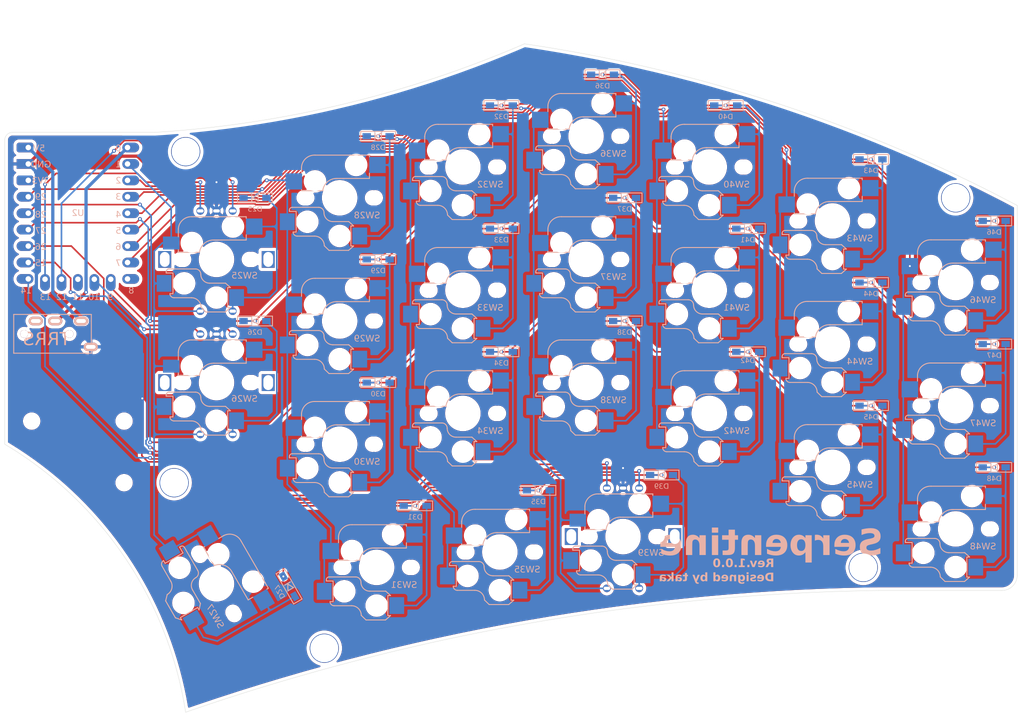
<source format=kicad_pcb>
(kicad_pcb (version 20240108) (generator "pcbnew") (generator_version "8.0")
  (layers (0 "F.Cu" signal) (31 "B.Cu" signal) (34 "B.Paste" user) (35 "F.Paste" user) (36 "B.SilkS" user "B.Silkscreen") (37 "F.SilkS" user "F.Silkscreen") (38 "B.Mask" user) (39 "F.Mask" user) (44 "Edge.Cuts" user))
  (net 0 "")
  (net 1 "Row5")
  (net 2 "Net-(D25-A)")
  (net 3 "Row6")
  (net 4 "Net-(D26-A)")
  (net 5 "Net-(D27-A)")
  (net 6 "Row7")
  (net 7 "Row4")
  (net 8 "Net-(D28-A)")
  (net 9 "Net-(D29-A)")
  (net 10 "Net-(D30-A)")
  (net 11 "Net-(D31-A)")
  (net 12 "Net-(D32-A)")
  (net 13 "Net-(D33-A)")
  (net 14 "Net-(D34-A)")
  (net 15 "Net-(D35-A)")
  (net 16 "Net-(D36-A)")
  (net 17 "Net-(D37-A)")
  (net 18 "Net-(D38-A)")
  (net 19 "Net-(D39-A)")
  (net 20 "Net-(D40-A)")
  (net 21 "Net-(D41-A)")
  (net 22 "Net-(D42-A)")
  (net 23 "Net-(D43-A)")
  (net 24 "Net-(D44-A)")
  (net 25 "Net-(D45-A)")
  (net 26 "Net-(D46-A)")
  (net 27 "Net-(D47-A)")
  (net 28 "Net-(D48-A)")
  (net 29 "DATA_R")
  (net 30 "GNDR")
  (net 31 "+5VR")
  (net 33 "+3V3R")
  (net 34 "Col7")
  (net 35 "Col8")
  (net 36 "Col9")
  (net 37 "Col10")
  (net 38 "Col11")
  (net 39 "Col12")
  (net 40 "Col13")
  (net 41 "RE5A")
  (net 42 "RE5B")
  (net 44 "RE6B")
  (net 45 "RE6A")
  (net 46 "RE4A")
  (net 47 "RE4B")
  (footprint "kbd_Parts:Diode_SMD" (layer "F.Cu") (at 96.578867 88.487852)
    (property "Reference" "D26")
    (property "Value" "D" (hide yes))
  )
  (footprint "kbd_Parts:Diode_SMD" (layer "F.Cu") (at 210.878865 73.009727)
    (property "Reference" "D46")
    (property "Value" "D" (hide yes))
  )
  (footprint "kbd_Parts:Diode_SMD" (layer "F.Cu") (at 115.628868 98.012851)
    (property "Reference" "D30")
    (property "Value" "D" (hide yes))
  )
  (footprint "taka_lib:Kailh FullPOM MX_Hotswap_RE" (layer "F.Cu") (at 90.62574 78.962847)
    (property "Reference" "SW25" (hide yes))
    (property "Value" "RotaryEncoder_Switch" (hide yes))
  )
  (footprint "taka_lib:RP2040 Zero" (layer "F.Cu") (at 69.194354 71.819144)
    (property "Reference" "U2")
    (property "Value" "RP2040-Zero")
  )
  (footprint "kbd_Hole:m2_Spacer_Hole" (layer "F.Cu") (at 107.294422 139.089431)
    (property "Reference" "Ref**" (hide yes))
    (property "Value" "Val**" (hide yes))
  )
  (footprint "kbd_Parts:Diode_SMD" (layer "F.Cu") (at 210.878865 111.109725)
    (property "Reference" "D48")
    (property "Value" "D" (hide yes))
  )
  (footprint "taka_lib:Kailh FullPOM MX_Hotswap" (layer "F.Cu") (at 185.875739 111.109725)
    (property "Reference" "SW45" (hide yes))
    (property "Value" "SW_Push" (hide yes))
  )
  (footprint "kbd_Parts:Diode_SMD" (layer "F.Cu") (at 101.851195 129.520909 -60)
    (property "Reference" "D27")
    (property "Value" "D" (hide yes))
  )
  (footprint "kbd_Parts:Diode_SMD" (layer "F.Cu") (at 115.628869 78.962852)
    (property "Reference" "D29")
    (property "Value" "D" (hide yes))
  )
  (footprint "kbd_Parts:Diode_SMD" (layer "F.Cu") (at 169.365741 55.150353)
    (property "Reference" "D40")
    (property "Value" "D" (hide yes))
  )
  (footprint "taka_lib:Kailh FullPOM MX_Hotswap" (layer "F.Cu") (at 147.775741 59.912847)
    (property "Reference" "SW36" (hide yes))
    (property "Value" "SW_Push" (hide yes))
  )
  (footprint "taka_lib:Kailh FullPOM MX_Hotswap" (layer "F.Cu") (at 147.775741 98.012846)
    (property "Reference" "SW38" (hide yes))
    (property "Value" "SW_Push" (hide yes))
  )
  (footprint "kbd_Parts:Diode_SMD" (layer "F.Cu") (at 159.443865 112.30035)
    (property "Reference" "D39")
    (property "Value" "D" (hide yes))
  )
  (footprint "taka_lib:Kailh FullPOM MX_Hotswap" (layer "F.Cu") (at 166.825741 102.775348)
    (property "Reference" "SW42" (hide yes))
    (property "Value" "SW_Push" (hide yes))
  )
  (footprint "taka_lib:Kailh FullPOM MX_Hotswap" (layer "F.Cu") (at 185.875743 92.059724)
    (property "Reference" "SW44" (hide yes))
    (property "Value" "SW_Push" (hide yes))
  )
  (footprint "taka_lib:Kailh FullPOM MX_Hotswap" (layer "F.Cu") (at 128.725742 83.725346)
    (property "Reference" "SW33" (hide yes))
    (property "Value" "SW_Push" (hide yes))
  )
  (footprint "taka_lib:Kailh FullPOM MX_Hotswap" (layer "F.Cu") (at 204.92574 120.634724)
    (property "Reference" "SW48" (hide yes))
    (property "Value" "SW_Push" (hide yes))
  )
  (footprint "kbd_Hole:m2_Screw_Hole" (layer "F.Cu") (at 62.05074 103.965975)
    (property "Reference" "Ref**" (hide yes))
    (property "Value" "Val**" (hide yes))
  )
  (footprint "taka_lib:Kailh FullPOM MX_Hotswap" (layer "F.Cu") (at 128.725742 102.775352)
    (property "Reference" "SW34" (hide yes))
    (property "Value" "SW_Push" (hide yes))
  )
  (footprint "taka_lib:Kailh FullPOM MX_Hotswap" (layer "F.Cu") (at 115.390741 126.587849)
    (property "Reference" "SW31" (hide yes))
    (property "Value" "SW_Push" (hide yes))
  )
  (footprint "taka_lib:Kailh FullPOM MX_Hotswap_RE" (layer "F.Cu") (at 153.490742 121.825349)
    (property "Reference" "SW39" (hide yes))
    (property "Value" "RotaryEncoder_Switch" (hide yes))
  )
  (footprint "taka_lib:Kailh FullPOM MX_Hotswap" (layer "F.Cu") (at 128.725742 64.675346)
    (property "Reference" "SW32" (hide yes))
    (property "Value" "SW_Push" (hide yes))
  )
  (footprint "kbd_Parts:Diode_SMD" (layer "F.Cu") (at 153.728868 88.487851)
    (property "Reference" "D38")
    (property "Value" "D" (hide yes))
  )
  (footprint "taka_lib:Kailh FullPOM MX_Hotswap" (layer "F.Cu") (at 204.92574 101.584724)
    (property "Reference" "SW47" (hide yes))
    (property "Value" "SW_Push" (hide yes))
  )
  (footprint "kbd_Parts:Diode_SMD" (layer "F.Cu") (at 121.343867 117.062852)
    (property "Reference" "D31")
    (property "Value" "D" (hide yes))
  )
  (footprint "kbd_Parts:Diode_SMD" (layer "F.Cu") (at 150.315741 50.387844)
    (property "Reference" "D36")
    (property "Value" "D" (hide yes))
  )
  (footprint "taka_lib:Kailh FullPOM MX_Hotswap" (layer "F.Cu") (at 166.825741 83.725348)
    (property "Reference" "SW41" (hide yes))
    (property "Value" "SW_Push" (hide yes))
  )
  (footprint "taka_lib:Kailh FullPOM MX_Hotswap" (layer "F.Cu") (at 109.675742 88.487846)
    (property "Reference" "SW29" (hide yes))
    (property "Value" "SW_Push" (hide yes))
  )
  (footprint "taka_lib:Kailh FullPOM MX_Hotswap" (layer "F.Cu") (at 134.44074 124.206599)
    (property "Reference" "SW35" (hide yes))
    (property "Value" "SW_Push" (hide yes))
  )
  (footprint "kbd_Parts:Diode_SMD" (layer "F.Cu") (at 134.67887 93.25035)
    (property "Reference" "D34")
    (property "Value" "D" (hide yes))
  )
  (footprint "kbd_Parts:Diode_SMD" (layer "F.Cu") (at 191.828865 82.534725)
    (property "Reference" "D44")
    (property "Value" "D" (hide yes))
  )
  (footprint "kbd_Parts:Diode_SMD" (layer "F.Cu") (at 191.828865 63.484727)
    (property "Reference" "D43")
    (property "Value" "D" (hide yes))
  )
  (footprint "kbd_Parts:Diode_SMD" (layer "F.Cu") (at 115.628869 59.912853)
    (property "Reference" "D28")
    (property "Value" "D" (hide yes))
  )
  (footprint "kbd_Parts:Diode_SMD" (layer "F.Cu") (at 210.878865 92.059727)
    (property "Reference" "D47")
    (property "Value" "D" (hide yes))
  )
  (footprint "taka_lib:Kailh FullPOM MX_Hotswap" (layer "F.Cu") (at 109.67574 69.437847)
    (property "Reference" "SW28" (hide yes))
    (property "Value" "SW_Push" (hide yes))
  )
  (footprint "kbd_Parts:Diode_SMD" (layer "F.Cu") (at 172.778867 74.200351)
    (property "Reference" "D41")
    (property "Value" "D" (hide yes))
  )
  (footprint "kbd_Hole:m2_Screw_Hole" (layer "F.Cu") (at 76.33824 113.490981)
    (property "Reference" "Ref**" (hide yes))
    (property "Value" "Val**" (hide yes))
  )
  (footprint "kbd_Hole:m2_Screw_Hole" (layer "F.Cu") (at 76.33824 103.965975)
    (property "Reference" "Ref**" (hide yes))
    (property "Value" "Val**" (hide yes))
  )
  (footprint "kbd_Hole:m2_Spacer_Hole" (layer "F.Cu") (at 204.92574 69.437852)
    (property "Reference" "Ref**" (hide yes))
    (property "Value" "Val**" (hide yes))
  )
  (footprint "kbd_Hole:m2_Spacer_Hole" (layer "F.Cu") (at 190.638242 126.58785)
    (property "Reference" "Ref**" (hide yes))
    (property "Value" "Val**" (hide yes))
  )
  (footprint "kbd_Parts:Diode_SMD" (layer "F.Cu") (at 134.678867 55.150351)
    (property "Reference" "D32")
    (property "Value" "D" (hide yes))
  )
  (footprint "kbd_Parts:Diode_SMD" (layer "F.Cu") (at 134.678869 74.200353)
    (property "Reference" "D33")
    (property "Value" "D" (hide yes))
  )
  (footprint "taka_lib:Kailh FullPOM MX_Hotswap" (layer "F.Cu") (at 147.775741 78.962848)
    (property "Reference" "SW37" (hide yes))
    (property "Value" "SW_Push" (hide yes))
  )
  (footprint "kbd_Parts:Diode_SMD" (layer "F.Cu") (at 172.778867 93.250351)
    (property "Reference" "D42")
    (property "Value" "D" (hide yes))
  )
  (footprint "taka_lib:Kailh FullPOM MX_Hotswap" (layer "F.Cu") (at 204.925743 82.534724)
    (property "Reference" "SW46" (hide yes))
    (property "Value" "SW_Push" (hide yes))
  )
  (footprint "taka_lib:Kailh FullPOM MX_Hotswap" (layer "F.Cu") (at 109.675742 107.53785)
    (property "Reference" "SW30" (hide yes))
    (property "Value" "SW_Push" (hide yes))
  )
  (footprint "taka_lib:Kailh FullPOM MX_Hotswap" (layer "F.Cu") (at 90.625742 129.127851 -60)
    (property "Reference" "SW27" (hide yes))
    (property "Value" "SW_Push" (hide yes))
  )
  (footprint "taka_lib:Kailh FullPOM MX_Hotswap" (layer "F.Cu") (at 166.825742 64.675348)
    (property "Reference" "SW40" (hide yes))
    (property "Value" "SW_Push" (hide yes))
  )
  (footprint "kbd_Parts:Diode_SMD" (layer "F.Cu") (at 140.393867 114.681602)
    (property "Reference" "D35")
    (property "Value" "D" (hide yes))
  )
  (footprint "kbd_Hole:m2_Spacer_Hole" (layer "F.Cu") (at 85.86324 62.294097)
    (property "Reference" "Ref**" (hide yes))
    (property "Value" "Val**" (hide yes))
  )
  (footprint "kbd_Parts:Diode_SMD" (layer "F.Cu") (at 96.578867 69.437852)
    (property "Reference" "D25")
    (property "Value" "D" (hide yes))
  )
  (footprint "kbd_Parts:Diode_SMD" (layer "F.Cu") (at 191.828865 101.584725)
    (property "Reference" "D45")
    (property "Value" "D" (hide yes))
  )
  (footprint "taka_lib:Kailh FullPOM MX_Hotswap" (layer "F.Cu") (at 185.875742 73.009728)
    (property "Reference" "SW43" (hide yes))
    (property "Value" "SW_Push" (hide yes))
  )
  (footprint "taka_lib:Kailh FullPOM MX_Hotswap_RE" (layer "F.Cu") (at 90.625743 98.012851)
    (property "Reference" "SW26" (hide yes))
    (property "Value" "RotaryEncoder_Switch" (hide yes))
  )
  (footprint "kbd_Parts:Diode_SMD" (layer "F.Cu") (at 153.728867 69.437851)
    (property "Reference" "D37")
    (property "Value" "D" (hide yes))
  )
  (footprint "kbd_Hole:m2_Spacer_Hole" (layer "B.Cu") (at 84.077299 113.490973 180)
    (property "Reference" "Ref**" (hide yes))
    (property "Value" "Val**" (hide yes))
  )
  (footprint "taka_lib:TRRS_MJ-4PP-9_1" (layer "B.Cu") (at 65.383544 90.487853 -90)
    (property "Reference" "JACK2")
    (property "Value" "MJ-4PP-9" (hide yes))
  )
  (gr_line (start 57.883579 60.508123) (end 57.883545 107.53786) (stroke (width 0.05)) (layer "Edge.Cuts"))
  (gr_arc (start 85.851314 148.985767) (mid 138.681208 135.279407) (end 193.01951 130.159737) (stroke (width 0.05)) (layer "Edge.Cuts"))
  (gr_arc (start 57.883579 60.508123) (mid 58.232234 59.666157) (end 59.074198 59.317495) (stroke (width 0.05)) (layer "Edge.Cuts"))
  (gr_line (start 193.01949 130.159724) (end 212.06949 130.159724) (stroke (width 0.05)) (layer "Edge.Cuts"))
  (gr_arc (start 57.883574 107.537862) (mid 76.509047 125.129807) (end 85.851314 148.985767) (stroke (width 0.05)) (layer "Edge.Cuts"))
  (gr_arc (start 214.45074 127.778474) (mid 213.753333 129.462322) (end 212.06949 130.159724) (stroke (width 0.05)) (layer "Edge.Cuts"))
  (gr_line (start 59.074198 59.317495) (end 81.100889 59.317579) (stroke (width 0.05)) (layer "Edge.Cuts"))
  (gr_arc (start 138.250808 45.625379) (mid 110.26898 54.947157) (end 81.100891 59.317607) (stroke (width 0.05)) (layer "Edge.Cuts"))
  (gr_arc (start 138.250741 45.625347) (mid 177.422785 54.859734) (end 214.450742 70.628478) (stroke (width 0.05)) (layer "Edge.Cuts"))
  (gr_line (start 214.450742 70.628478) (end 214.45074 127.778474) (stroke (width 0.05)) (layer "Edge.Cuts"))
  (gr_text "Serpentine" (at 176.350742 123.015976 0) (layer "B.SilkS") (effects (font (size 4 4) (thickness 0.3) (bold yes)) (justify mirror)))
  (gr_text "Rev.1.0.0\nDesigned by taka" (at 176.889391 128.948063 0) (layer "B.SilkS") (effects (font (size 1.3 1.3) (thickness 0.25) (bold yes)) (justify left bottom mirror)))
  (segment (start 78.790215 70.486919) (end 62.856579 70.486919) (width 0.25) (layer "F.Cu") (net 1))
  (segment (start 96.578865 88.487851) (end 106.103865 78.962851) (width 0.25) (layer "F.Cu") (net 1))
  (segment (start 116.819491 78.962851) (end 121.581991 74.200351) (width 0.25) (layer "F.Cu") (net 1))
  (segment (start 106.103865 78.962851) (end 115.628865 78.962851) (width 0.25) (layer "F.Cu") (net 1))
  (segment (start 172.778866 74.200351) (end 181.113241 82.534726) (width 0.25) (layer "F.Cu") (net 1))
  (segment (start 80.353869 88.487851) (end 96.578865 88.487851) (width 0.25) (layer "F.Cu") (net 1))
  (segment (start 121.581991 74.200351) (end 134.678866 74.200352) (width 0.25) (layer "F.Cu") (net 1))
  (segment (start 191.828865 82.534725) (end 201.353865 92.059725) (width 0.25) (layer "F.Cu") (net 1))
  (segment (start 140.631991 69.437851) (end 153.728866 69.437851) (width 0.25) (layer "F.Cu") (net 1))
  (segment (start 134.678866 74.200352) (end 135.869491 74.200351) (width 0.25) (layer "F.Cu") (net 1))
  (segment (start 181.113241 82.534726) (end 191.828865 82.534725) (width 0.25) (layer "F.Cu") (net 1))
  (segment (start 201.353865 92.059725) (end 210.878865 92.059727) (width 0.25) (layer "F.Cu") (net 1))
  (segment (start 153.728866 69.437851) (end 158.491366 74.200351) (width 0.25) (layer "F.Cu") (net 1))
  (segment (start 158.491366 74.200351) (end 172.778866 74.200351) (width 0.25) (layer "F.Cu") (net 1))
  (segment (start 115.628865 78.962851) (end 116.819491 78.962851) (width 0.25) (layer "F.Cu") (net 1))
  (segment (start 62.856579 70.486919) (end 61.524354 71.819144) (width 0.25) (layer "F.Cu") (net 1))
  (segment (start 135.869491 74.200351) (end 140.631991 69.437851) (width 0.25) (layer "F.Cu") (net 1))
  (via (at 96.578865 88.487851) (size 0.6) (drill 0.3) (layers "F.Cu" "B.Cu") (net 1))
  (via (at 115.628865 78.962851) (size 0.6) (drill 0.3) (layers "F.Cu" "B.Cu") (net 1))
  (via (at 210.878865 92.059727) (size 0.6) (drill 0.3) (layers "F.Cu" "B.Cu") (net 1))
  (via (at 134.678866 74.200352) (size 0.6) (drill 0.3) (layers "F.Cu" "B.Cu") (net 1))
  (via (at 78.790215 70.486919) (size 0.6) (drill 0.3) (layers "F.Cu" "B.Cu") (net 1))
  (via (at 172.778866 74.200351) (size 0.6) (drill 0.3) (layers "F.Cu" "B.Cu") (net 1))
  (via (at 153.728866 69.437851) (size 0.6) (drill 0.3) (layers "F.Cu" "B.Cu") (net 1))
  (via (at 191.828865 82.534725) (size 0.6) (drill 0.3) (layers "F.Cu" "B.Cu") (net 1))
  (via (at 80.353869 88.487851) (size 0.6) (drill 0.3) (layers "F.Cu" "B.Cu") (net 1))
  (segment (start 80.528869 72.225573) (end 80.528869 88.312851) (width 0.25) (layer "B.Cu") (net 1))
  (segment (start 153.728866 69.437851) (end 151.942992 69.437851) (width 0.25) (layer "B.Cu") (net 1))
  (segment (start 78.790215 70.486919) (end 80.528869 72.225573) (width 0.25) (layer "B.Cu") (net 1))
  (segment (start 191.828865 82.534725) (end 190.053865 82.534727) (width 0.25) (layer "B.Cu") (net 1))
  (segment (start 115.628865 78.962851) (end 113.853869 78.962851) (width 0.25) (layer "B.Cu") (net 1))
  (segment (start 172.778866 74.200351) (end 171.003869 74.200351) (width 0.25) (layer "B.Cu") (net 1))
  (segment (start 134.678866 74.200352) (end 132.903867 74.200351) (width 0.25) (layer "B.Cu") (net 1))
  (segment (start 210.878865 92.059727) (end 209.103864 92.059726) (width 0.25) (layer "B.Cu") (net 1))
  (segment (start 80.528869 88.312851) (end 80.353869 88.487851) (width 0.25) (layer "B.Cu") (net 1))
  (segment (start 94.803865 88.487851) (end 96.578865 88.487851) (width 0.25) (layer "B.Cu") (net 1))
  (segment (start 99.257633 73.882853) (end 99.672939 73.882852) (width 0.25) (layer "B.Cu") (net 2))
  (segment (start 99.950745 71.03473) (end 99.950745 73.307391) (width 0.25) (layer "B.Cu") (net 2))
  (segment (start 98.353867 69.437852) (end 99.950745 71.03473) (width 0.25) (layer "B.Cu") (net 2))
  (segment (start 93.125746 86.962852) (end 93.125746 85.462851) (width 0.25) (layer "B.Cu") (net 2))
  (segment (start 96.467745 73.882852) (end 99.257633 73.882853) (width 0.25) (layer "B.Cu") (net 2))
  (segment (start 99.950745 73.307391) (end 99.950745 73.605047) (width 0.25) (layer "B.Cu") (net 2))
  (segment (start 93.725744 84.862852) (end 98.813426 84.862852) (width 0.25) (layer "B.Cu") (net 2))
  (segment (start 99.257633 73.882853) (end 99.375283 73.882853) (width 0.25) (layer "B.Cu") (net 2))
  (segment (start 98.813426 84.862852) (end 99.950745 83.725533) (width 0.25) (layer "B.Cu") (net 2))
  (segment (start 99.950745 74.498015) (end 99.950745 83.725533) (width 0.25) (layer "B.Cu") (net 2))
  (segment (start 99.950745 74.200525) (end 99.950745 74.498015) (width 0.25) (layer "B.Cu") (net 2))
  (segment (start 99.257633 73.882853) (end 99.335581 73.882853) (width 0.25) (layer "B.Cu") (net 2))
  (segment (start 99.257633 73.882853) (end 99.633071 73.882853) (width 0.25) (layer "B.Cu") (net 2))
  (segment (start 99.950745 73.605047) (end 99.950745 74.200525) (width 0.25) (layer "B.Cu") (net 2))
  (arc (start 99.375283 73.882853) (mid 99.782195 73.714303) (end 99.950745 73.307391) (width 0.25) (layer "B.Cu") (net 2))
  (arc (start 99.335581 73.882853) (mid 99.770567 74.063029) (end 99.950745 74.498015) (width 0.25) (layer "B.Cu") (net 2))
  (arc (start 99.633071 73.882853) (mid 99.8577 73.975896) (end 99.950745 74.200525) (width 0.25) (layer "B.Cu") (net 2))
  (arc (start 99.672939 73.882852) (mid 99.869377 73.801485) (end 99.950745 73.605047) (width 0.25) (layer "B.Cu") (net 2))
  (segment (start 61.524354 74.359144) (end 62.599354 73.284144) (width 0.25) (layer "F.Cu") (net 3))
  (segment (start 140.631991 88.487851) (end 153.728866 88.487852) (width 0.25) (layer "F.Cu") (net 3))
  (segment (start 134.678866 93.250352) (end 135.869491 93.250351) (width 0.25) (layer "F.Cu") (net 3))
  (segment (start 181.113241 101.584727) (end 191.828865 101.584725) (width 0.25) (layer "F.Cu") (net 3))
  (segment (start 115.628865 98.012851) (end 116.819491 98.012851) (width 0.25) (layer "F.Cu") (net 3))
  (segment (start 78.21827 73.284144) (end 78.790215 72.712199) (width 0.25) (layer "F.Cu") (net 3))
  (segment (start 191.828865 101.584725) (end 201.353865 111.109725) (width 0.25) (layer "F.Cu") (net 3))
  (segment (start 121.581991 93.250351) (end 134.678866 93.250352) (width 0.25) (layer "F.Cu") (net 3))
  (segment (start 106.103865 98.012851) (end 115.628865 98.012851) (width 0.25) (layer "F.Cu") (net 3))
  (segment (start 62.599354 73.284144) (end 78.21827 73.284144) (width 0.25) (layer "F.Cu") (net 3))
  (segment (start 96.876364 107.240353) (end 106.103865 98.012851) (width 0.25) (layer "F.Cu") (net 3))
  (segment (start 135.869491 93.250351) (end 140.631991 88.487851) (width 0.25) (layer "F.Cu") (net 3))
  (segment (start 172.778866 93.250352) (end 181.113241 101.584727) (width 0.25) (layer "F.Cu") (net 3))
  (segment (start 153.728866 88.487852) (end 158.491366 93.250352) (width 0.25) (layer "F.Cu") (net 3))
  (segment (start 201.353865 111.109725) (end 210.878865 111.109725) (width 0.25) (layer "F.Cu") (net 3))
  (segment (start 158.491366 93.250352) (end 172.778866 93.250352) (width 0.25) (layer "F.Cu") (net 3))
  (segment (start 80.353869 107.240353) (end 96.876364 107.240353) (width 0.25) (layer "F.Cu") (net 3))
  (segment (start 116.819491 98.012851) (end 121.581991 93.250351) (width 0.25) (layer "F.Cu") (net 3))
  (via (at 153.728866 88.487852) (size 0.6) (drill 0.3) (layers "F.Cu" "B.Cu") (net 3))
  (via (at 80.353869 107.240353) (size 0.6) (drill 0.3) (layers "F.Cu" "B.Cu") (net 3))
  (via (at 172.778866 93.250352) (size 0.6) (drill 0.3) (layers "F.Cu" "B.Cu") (net 3))
  (via (at 115.628865 98.012851) (size 0.6) (drill 0.3) (layers "F.Cu" "B.Cu") (net 3))
  (via (at 78.790215 72.712199) (size 0.6) (drill 0.3) (layers "F.Cu" "B.Cu") (net 3))
  (via (at 191.828865 101.584725) (size 0.6) (drill 0.3) (layers "F.Cu" "B.Cu") (net 3))
  (via (at 134.678866 93.250352) (size 0.6) (drill 0.3) (layers "F.Cu" "B.Cu") (net 3))
  (via (at 210.878865 111.109725) (size 0.6) (drill 0.3) (layers "F.Cu" "B.Cu") (net 3))
  (segment (start 115.628865 98.012851) (end 113.853869 98.012851) (width 0.25) (layer "B.Cu") (net 3))
  (segment (start 79.728869 88.228967) (end 79.728869 88.746735) (width 0.25) (layer "B.Cu") (net 3))
  (segment (start 80.078869 74.000853) (end 80.078869 87.878967) (width 0.25) (layer "B.Cu") (net 3))
  (segment (start 80.078869 87.878967) (end 79.728869 88.228967) (width 0.25) (layer "B.Cu") (net 3))
  (segment (start 78.790215 72.712199) (end 80.078869 74.000853) (width 0.25) (layer "B.Cu") (net 3))
  (segment (start 172.778866 93.250352) (end 171.003869 93.250351) (width 0.25) (layer "B.Cu") (net 3))
  (segment (start 191.828865 101.584725) (end 190.053865 101.584727) (width 0.25) (layer "B.Cu") (net 3))
  (segment (start 80.353869 89.371735) (end 80.353869 107.240353) (width 0.25) (layer "B.Cu") (net 3))
  (segment (start 210.878865 111.109725) (end 209.103864 111.109726) (width 0.25) (layer "B.Cu") (net 3))
  (segment (start 79.728869 88.746735) (end 80.353869 89.371735) (width 0.25) (layer "B.Cu") (net 3))
  (segment (start 134.678866 93.250352) (end 132.903867 93.250351) (width 0.25) (layer "B.Cu") (net 3))
  (segment (start 153.728866 88.487852) (end 151.942992 88.487851) (width 0.25) (layer "B.Cu") (net 3))
  (segment (start 99.950745 92.655047) (end 99.950745 93.250525) (width 0.25) (layer "B.Cu") (net 4))
  (segment (start 99.950745 93.548015) (end 99.950745 102.775533) (width 0.25) (layer "B.Cu") (net 4))
  (segment (start 93.725744 103.912852) (end 98.813425 103.912852) (width 0.25) (layer "B.Cu") (net 4))
  (segment (start 99.950745 90.08473) (end 99.950745 92.357391) (width 0.25) (layer "B.Cu") (net 4))
  (segment (start 93.125746 106.012852) (end 93.125746 104.512851) (width 0.25) (layer "B.Cu") (net 4))
  (segment (start 99.257634 92.932852) (end 99.672941 92.932852) (width 0.25) (layer "B.Cu") (net 4))
  (segment (start 99.257634 92.932852) (end 99.633072 92.932852) (width 0.25) (layer "B.Cu") (net 4))
  (segment (start 99.950745 92.357391) (end 99.950745 92.655047) (width 0.25) (layer "B.Cu") (net 4))
  (segment (start 99.257634 92.932852) (end 99.375284 92.932852) (width 0.25) (layer "B.Cu") (net 4))
  (segment (start 96.467745 92.932852) (end 99.257634 92.932852) (width 0.25) (layer "B.Cu") (net 4))
  (segment (start 98.353867 88.487852) (end 99.950745 90.08473) (width 0.25) (layer "B.Cu") (net 4))
  (segment (start 98.813425 103.912852) (end 99.950745 102.775533) (width 0.25) (layer "B.Cu") (net 4))
  (segment (start 99.950745 93.250525) (end 99.950745 93.548015) (width 0.25) (layer "B.Cu") (net 4))
  (segment (start 99.257634 92.932852) (end 99.335582 92.932852) (width 0.25) (layer "B.Cu") (net 4))
  (arc (start 99.672941 92.932852) (mid 99.869377 92.851485) (end 99.950745 92.655047) (width 0.25) (layer "B.Cu") (net 4))
  (arc (start 99.375284 92.932852) (mid 99.782195 92.764303) (end 99.950745 92.357391) (width 0.25) (layer "B.Cu") (net 4))
  (arc (start 99.633072 92.932852) (mid 99.8577 93.025897) (end 99.950745 93.250525) (width 0.25) (layer "B.Cu") (net 4))
  (arc (start 99.335582 92.932852) (mid 99.770567 93.11303) (end 99.950745 93.548015) (width 0.25) (layer "B.Cu") (net 4))
  (segment (start 97.946148 131.647174) (end 98.670896 132.902474) (width 0.25) (layer "B.Cu") (net 5))
  (segment (start 102.738696 131.058105) (end 99.267344 133.06229) (width 0.25) (layer "B.Cu") (net 5))
  (segment (start 88.588377 137.399037) (end 87.066189 134.76253) (width 0.25) (layer "B.Cu") (net 5))
  (segment (start 99.267344 133.06229) (end 98.494011 133.508774) (width 0.25) (layer "B.Cu") (net 5))
  (segment (start 90.751822 137.978729) (end 88.588377 137.399037) (width 0.25) (layer "B.Cu") (net 5))
  (segment (start 97.946148 131.647174) (end 98.661042 132.885405) (width 0.25) (layer "B.Cu") (net 5))
  (segment (start 98.494011 133.508774) (end 90.751822 137.978729) (width 0.25) (layer "B.Cu") (net 5))
  (arc (start 98.670896 132.902474) (mid 98.936021 133.10591) (end 99.267344 133.06229) (width 0.25) (layer "B.Cu") (net 5))
  (arc (start 98.661042 132.885405) (mid 98.706632 133.231683) (end 98.494011 133.508774) (width 0.25) (layer "B.Cu") (net 5))
  (segment (start 100.963695 117.658056) (end 100.963695 117.213175) (width 0.25) (layer "F.Cu") (net 6))
  (segment (start 68.174634 76.899144) (end 61.524354 76.899144) (width 0.25) (layer "F.Cu") (net 6))
  (segment (start 79.087477 101.27567) (end 73.199354 95.387547) (width 0.25) (layer "F.Cu") (net 6))
  (segment (start 101.411677 117.06285) (end 101.11402 117.062851) (width 0.25) (layer "F.Cu") (net 6))
  (segment (start 100.963695 117.658056) (end 100.963695 117.510831) (width 0.25) (layer "F.Cu") (net 6))
  (segment (start 73.199354 95.387547) (end 73.199354 81.923863) (width 0.25) (layer "F.Cu") (net 6))
  (segment (start 100.963695 127.983716) (end 100.963695 117.658056) (width 0.25) (layer "F.Cu") (net 6))
  (segment (start 100.518709 117.06285) (end 100.221158 117.062851) (width 0.25) (layer "F.Cu") (net 6))
  (segment (start 100.963695 117.510831) (end 100.963695 117.507837) (width 0.25) (layer "F.Cu") (net 6))
  (segment (start 142.775115 112.30035) (end 140.393865 114.6816) (width 0.25) (layer "F.Cu") (net 6))
  (segment (start 93.42367 110.265362) (end 80.029149 110.265362) (width 0.25) (layer "F.Cu") (net 6))
  (segment (start 159.443865 112.30035) (end 142.775115 112.30035) (width 0.25) (layer "F.Cu") (net 6))
  (segment (start 79.087477 109.323689) (end 79.087477 101.27567) (width 0.25) (layer "F.Cu") (net 6))
  (segment (start 100.963695 117.213175) (end 101.11402 117.062851) (width 0.25) (layer "F.Cu") (net 6))
  (segment (start 80.029149 110.265362) (end 79.087477 109.323689) (width 0.25) (layer "F.Cu") (net 6))
  (segment (start 101.11402 117.062851) (end 100.518709 117.06285) (width 0.25) (layer "F.Cu") (net 6))
  (segment (start 100.221158 117.062851) (end 93.42367 110.265362) (width 0.25) (layer "F.Cu") (net 6))
  (segment (start 121.343865 117.06285) (end 101.411677 117.06285) (width 0.25) (layer "F.Cu") (net 6))
  (segment (start 73.199354 81.923863) (end 68.174634 76.899144) (width 0.25) (layer "F.Cu") (net 6))
  (segment (start 140.393865 114.6816) (end 123.725115 114.6816) (width 0.25) (layer "F.Cu") (net 6))
  (segment (start 123.725115 114.6816) (end 121.343865 117.06285) (width 0.25) (layer "F.Cu") (net 6))
  (via (at 159.443865 112.30035) (size 0.6) (drill 0.3) (layers "F.Cu" "B.Cu") (net 6))
  (via (at 140.393865 114.6816) (size 0.6) (drill 0.3) (layers "F.Cu" "B.Cu") (net 6))
  (via (at 121.343865 117.06285) (size 0.6) (drill 0.3) (layers "F.Cu" "B.Cu") (net 6))
  (via (at 100.963695 127.983716) (size 0.6) (drill 0.3) (layers "F.Cu" "B.Cu") (net 6))
  (arc (start 100.963695 117.510831) (mid 101.094906 117.194061) (end 101.411677 117.06285) (width 0.25) (layer "F.Cu") (net 6))
  (arc (start 100.963695 117.507837) (mid 100.833361 117.193185) (end 100.518709 117.06285) (width 0.25) (layer "F.Cu") (net 6))
  (segment (start 121.343865 117.06285) (end 119.568868 117.062851) (width 0.25) (layer "B.Cu") (net 6))
  (segment (start 140.393865 114.6816) (end 138.618868 114.681601) (width 0.25) (layer "B.Cu") (net 6))
  (segment (start 157.668865 112.30035) (end 159.443865 112.30035) (width 0.25) (layer "B.Cu") (net 6))
  (segment (start 137.292317 55.150353) (end 137.530444 54.912226) (width 0.25) (layer "F.Cu") (net 7))
  (segment (start 201.353866 73.009728) (end 210.878866 73.009728) (width 0.25) (layer "F.Cu") (net 7))
  (segment (start 118.119987 59.912853) (end 118.294988 59.737852) (width 0.25) (layer "F.Cu") (net 7))
  (segment (start 143.186191 50.387851) (end 150.315734 50.387851) (width 0.25) (layer "F.Cu") (net 7))
  (segment (start 118.294988 59.737852) (end 119.426359 59.737853) (width 0.25) (layer "F.Cu") (net 7))
  (segment (start 119.426359 59.737853) (end 124.013859 55.150352) (width 0.25) (layer "F.Cu") (net 7))
  (segment (start 138.661816 54.912226) (end 143.186191 50.387851) (width 0.25) (layer "F.Cu") (net 7))
  (segment (start 97.686228 68.083002) (end 97.674223 68.095008) (width 0.25) (layer "F.Cu") (net 7))
  (segment (start 179.981871 63.484728) (end 191.828866 63.484728) (width 0.25) (layer "F.Cu") (net 7))
  (segment (start 115.628867 59.912852) (end 118.119987 59.912853) (width 0.25) (layer "F.Cu") (net 7))
  (segment (start 153.808237 50.467223) (end 158.491366 55.150351) (width 0.25) (layer "F.Cu") (net 7))
  (segment (start 134.678867 55.150352) (end 137.292317 55.150353) (width 0.25) (layer "F.Cu") (net 7))
  (segment (start 97.933716 68.083002) (end 106.103867 59.912852) (width 0.25) (layer "F.Cu") (net 7))
  (segment (start 97.686228 68.083002) (end 97.933716 68.083002) (width 0.25) (layer "F.Cu") (net 7))
  (segment (start 158.491366 55.150351) (end 169.365741 55.150353) (width 0.25) (layer "F.Cu") (net 7))
  (segment (start 153.728858 50.387844) (end 153.808237 50.467223) (width 0.25) (layer "F.Cu") (net 7))
  (segment (start 179.390968 62.893825) (end 179.981871 63.484728) (width 0.25) (layer "F.Cu") (net 7))
  (segment (start 106.103867 59.912852) (end 115.628867 59.912852) (width 0.25) (layer "F.Cu") (net 7))
  (segment (start 169.365741 55.150353) (end 172.778866 55.150353) (width 0.25) (layer "F.Cu") (net 7))
  (segment (start 191.828866 63.484728) (end 201.353866 73.009728) (width 0.25) (layer "F.Cu") (net 7))
  (segment (start 179.390968 61.762455) (end 179.390968 62.893825) (width 0.25) (layer "F.Cu") (net 7))
  (segment (start 172.778866 55.150353) (end 179.390968 61.762455) (width 0.25) (layer "F.Cu") (net 7))
  (segment (start 97.674223 68.095008) (end 62.708489 68.095009) (width 0.25) (layer "F.Cu") (net 7))
  (segment (start 124.013859 55.150352) (end 134.678867 55.150352) (width 0.25) (layer "F.Cu") (net 7))
  (segment (start 62.708489 68.095009) (end 61.524354 69.279144) (width 0.25) (layer "F.Cu") (net 7))
  (segment (start 137.530444 54.912226) (end 138.661816 54.912226) (width 0.25) (layer "F.Cu") (net 7))
  (segment (start 150.315734 50.387851) (end 150.315741 50.387844) (width 0.25) (layer "F.Cu") (net 7))
  (segment (start 150.315741 50.387844) (end 153.728858 50.387844) (width 0.25) (layer "F.Cu") (net 7))
  (via (at 210.878866 73.009728) (size 0.6) (drill 0.3) (layers "F.Cu" "B.Cu") (net 7))
  (via (at 134.678867 55.150352) (size 0.6) (drill 0.3) (layers "F.Cu" "B.Cu") (net 7))
  (via (at 150.315741 50.387844) (size 0.6) (drill 0.3) (layers "F.Cu" "B.Cu") (net 7))
  (via (at 115.628867 59.912852) (size 0.6) (drill 0.3) (layers "F.Cu" "B.Cu") (net 7))
  (via (at 97.686228 68.083002) (size 0.6) (drill 0.3) (layers "F.Cu" "B.Cu") (net 7))
  (via (at 169.365741 55.150353) (size 0.6) (drill 0.3) (layers "F.Cu" "B.Cu") (net 7))
  (via (at 191.828866 63.484728) (size 0.6) (drill 0.3) (layers "F.Cu" "B.Cu") (net 7))
  (segment (start 97.686228 68.083002) (end 96.331379 69.437852) (width 0.25) (layer "B.Cu") (net 7))
  (segment (start 210.878866 73.009728) (end 209.103866 73.009727) (width 0.25) (layer "B.Cu") (net 7))
  (segment (start 96.331379 69.437852) (end 94.803867 69.437852) (width 0.25) (layer "B.Cu") (net 7))
  (segment (start 150.315741 50.387844) (end 148.540741 50.387844) (width 0.25) (layer "B.Cu") (net 7))
  (segment (start 167.590741 55.150353) (end 169.365741 55.150353) (width 0.25) (layer "B.Cu") (net 7))
  (segment (start 134.678867 55.150352) (end 132.903867 55.150352) (width 0.25) (layer "B.Cu") (net 7))
  (segment (start 191.828866 63.484728) (end 190.053866 63.484727) (width 0.25) (layer "B.Cu") (net 7))
  (segment (start 115.628867 59.912852) (end 113.85387 59.912853) (width 0.25) (layer "B.Cu") (net 7))
  (segment (start 115.517741 64.357853) (end 116.947529 64.357853) (width 0.25) (layer "B.Cu") (net 8))
  (segment (start 115.820116 75.337854) (end 112.775742 75.337854) (width 0.25) (layer "B.Cu") (net 8))
  (segment (start 117.403868 63.921225) (end 117.403868 64.814191) (width 0.25) (layer "B.Cu") (net 8))
  (segment (start 115.517741 64.357853) (end 116.967239 64.357854) (width 0.25) (layer "B.Cu") (net 8))
  (segment (start 117.403868 73.754103) (end 115.820116 75.337854) (width 0.25) (layer "B.Cu") (net 8))
  (segment (start 117.403868 64.814191) (end 117.403868 73.754103) (width 0.25) (layer "B.Cu") (net 8))
  (segment (start 117.403868 59.912853) (end 117.403868 63.921225) (width 0.25) (layer "B.Cu") (net 8))
  (arc (start 116.967239 64.357854) (mid 117.275981 64.229968) (end 117.403868 63.921225) (width 0.25) (layer "B.Cu") (net 8))
  (arc (start 116.947529 64.357853) (mid 117.270209 64.491511) (end 117.403868 64.814191) (width 0.25) (layer "B.Cu") (net 8))
  (segment (start 117.403868 83.864192) (end 117.403868 92.804103) (width 0.25) (layer "B.Cu") (net 9))
  (segment (start 115.820117 94.387854) (end 112.775742 94.387854) (width 0.25) (layer "B.Cu") (net 9))
  (segment (start 115.517742 83.407853) (end 116.967238 83.407854) (width 0.25) (layer "B.Cu") (net 9))
  (segment (start 115.517742 83.407853) (end 116.947529 83.407853) (width 0.25) (layer "B.Cu") (net 9))
  (segment (start 117.403868 78.962853) (end 117.403868 82.971223) (width 0.25) (layer "B.Cu") (net 9))
  (segment (start 117.403868 92.804103) (end 115.820117 94.387854) (width 0.25) (layer "B.Cu") (net 9))
  (segment (start 117.403868 82.971223) (end 117.403868 83.864192) (width 0.25) (layer "B.Cu") (net 9))
  (arc (start 116.967238 83.407854) (mid 117.275982 83.279967) (end 117.403868 82.971223) (width 0.25) (layer "B.Cu") (net 9))
  (arc (start 116.947529 83.407853) (mid 117.270209 83.541511) (end 117.403868 83.864192) (width 0.25) (layer "B.Cu") (net 9))
  (segment (start 117.403868 98.012853) (end 117.403868 102.021224) (width 0.25) (layer "B.Cu") (net 10))
  (segment (start 115.517741 102.457853) (end 116.967238 102.457854) (width 0.25) (layer "B.Cu") (net 10))
  (segment (start 115.517741 102.457853) (end 116.947529 102.457853) (width 0.25) (layer "B.Cu") (net 10))
  (segment (start 117.403868 102.914192) (end 117.403868 111.854104) (width 0.25) (layer "B.Cu") (net 10))
  (segment (start 117.403868 111.854104) (end 115.820117 113.437854) (width 0.25) (layer "B.Cu") (net 10))
  (segment (start 117.403868 102.021224) (end 117.403868 102.914192) (width 0.25) (layer "B.Cu") (net 10))
  (segment (start 115.820117 113.437854) (end 112.775742 113.437854) (width 0.25) (layer "B.Cu") (net 10))
  (arc (start 116.947529 102.457853) (mid 117.270209 102.591511) (end 117.403868 102.914192) (width 0.25) (layer "B.Cu") (net 10))
  (arc (start 116.967238 102.457854) (mid 117.275982 102.329968) (end 117.403868 102.021224) (width 0.25) (layer "B.Cu") (net 10))
  (segment (start 121.23274 121.507852) (end 122.682237 121.507853) (width 0.25) (layer "B.Cu") (net 11))
  (segment (start 121.535115 132.487853) (end 118.49074 132.487854) (width 0.25) (layer "B.Cu") (net 11))
  (segment (start 123.118865 121.071222) (end 123.118865 121.96419) (width 0.25) (layer "B.Cu") (net 11))
  (segment (start 123.118866 130.904102) (end 121.535115 132.487853) (width 0.25) (layer "B.Cu") (net 11))
  (segment (start 121.23274 121.507852) (end 122.662527 121.507852) (width 0.25) (layer "B.Cu") (net 11))
  (segment (start 123.118866 117.062852) (end 123.118865 121.071222) (width 0.25) (layer "B.Cu") (net 11))
  (segment (start 123.118865 121.96419) (end 123.118866 130.904102) (width 0.25) (layer "B.Cu") (net 11))
  (arc (start 122.662527 121.507852) (mid 122.985207 121.64151) (end 123.118865 121.96419) (width 0.25) (layer "B.Cu") (net 11))
  (arc (start 122.682237 121.507853) (mid 122.990979 121.379967) (end 123.118865 121.071222) (width 0.25) (layer "B.Cu") (net 11))
  (segment (start 134.567741 59.595353) (end 135.997529 59.595353) (width 0.25) (layer "B.Cu") (net 12))
  (segment (start 134.870116 70.575354) (end 131.825742 70.575355) (width 0.25) (layer "B.Cu") (net 12))
  (segment (start 136.453868 55.150353) (end 136.453867 59.158723) (width 0.25) (layer "B.Cu") (net 12))
  (segment (start 136.453868 68.991603) (end 134.870116 70.575354) (width 0.25) (layer "B.Cu") (net 12))
  (segment (start 136.453867 59.158723) (end 136.453867 60.051691) (width 0.25) (layer "B.Cu") (net 12))
  (segment (start 136.453867 60.051691) (end 136.453868 68.991603) (width 0.25) (layer "B.Cu") (net 12))
  (segment (start 134.567741 59.595353) (end 136.017239 59.595354) (width 0.25) (layer "B.Cu") (net 12))
  (arc (start 136.017239 59.595354) (mid 136.325981 59.467468) (end 136.453867 59.158723) (width 0.25) (layer "B.Cu") (net 12))
  (arc (start 135.997529 59.595353) (mid 136.320209 59.729011) (end 136.453867 60.051691) (width 0.25) (layer "B.Cu") (net 12))
  (segment (start 136.453868 74.200353) (end 136.453867 78.208723) (width 0.25) (layer "B.Cu") (net 13))
  (segment (start 136.453867 79.101691) (end 136.453868 88.041603) (width 0.25) (layer "B.Cu") (net 13))
  (segment (start 136.453867 78.208723) (end 136.453867 79.101691) (width 0.25) (layer "B.Cu") (net 13))
  (segment (start 134.567742 78.645353) (end 136.017239 78.645354) (width 0.25) (layer "B.Cu") (net 13))
  (segment (start 136.453868 88.041603) (end 134.870117 89.625354) (width 0.25) (layer "B.Cu") (net 13))
  (segment (start 134.870117 89.625354) (end 131.825742 89.625355) (width 0.25) (layer "B.Cu") (net 13))
  (segment (start 134.567742 78.645353) (end 135.997529 78.645352) (width 0.25) (layer "B.Cu") (net 13))
  (arc (start 135.997529 78.645352) (mid 136.320209 78.779011) (end 136.453867 79.101691) (width 0.25) (layer "B.Cu") (net 13))
  (arc (start 136.017239 78.645354) (mid 136.325981 78.517468) (end 136.453867 78.208723) (width 0.25) (layer "B.Cu") (net 13))
  (segment (start 136.453867 98.151691) (end 136.453868 107.091603) (width 0.25) (layer "B.Cu") (net 14))
  (segment (start 134.870117 108.675354) (end 131.825742 108.675354) (width 0.25) (layer "B.Cu") (net 14))
  (segment (start 136.453868 107.091603) (end 134.870117 108.675354) (width 0.25) (layer "B.Cu") (net 14))
  (segment (start 134.567741 97.695355) (end 136.017238 97.695355) (width 0.25) (layer "B.Cu") (net 14))
  (segment (start 134.567741 97.695355) (end 135.997529 97.695352) (width 0.25) (layer "B.Cu") (net 14))
  (segment (start 136.453868 93.250353) (end 136.453867 97.258723) (width 0.25) (layer "B.Cu") (net 14))
  (segment (start 136.453867 97.258723) (end 136.453867 98.151691) (width 0.25) (layer "B.Cu") (net 14))
  (arc (start 136.017238 97.695355) (mid 136.325982 97.567468) (end 136.453867 97.258723) (width 0.25) (layer "B.Cu") (net 14))
  (arc (start 135.997529 97.695352) (mid 136.320209 97.829011) (end 136.453867 98.151691) (width 0.25) (layer "B.Cu") (net 14))
  (segment (start 140.585115 130.106603) (end 137.54074 130.106604) (width 0.25) (layer "B.Cu") (net 15))
  (segment (start 140.282739 119.126602) (end 141.712527 119.126601) (width 0.25) (layer "B.Cu") (net 15))
  (segment (start 142.168866 128.522852) (end 140.585115 130.106603) (width 0.25) (layer "B.Cu") (net 15))
  (segment (start 142.168865 119.58294) (end 142.168866 128.522852) (width 0.25) (layer "B.Cu") (net 15))
  (segment (start 142.168867 114.681602) (end 142.168865 118.689972) (width 0.25) (layer "B.Cu") (net 15))
  (segment (start 140.282739 119.126602) (end 141.732237 119.126604) (width 0.25) (layer "B.Cu") (net 15))
  (segment (start 142.168865 118.689972) (end 142.168865 119.58294) (width 0.25) (layer "B.Cu") (net 15))
  (arc (start 141.712527 119.126601) (mid 142.035207 119.26026) (end 142.168865 119.58294) (width 0.25) (layer "B.Cu") (net 15))
  (arc (start 141.732237 119.126604) (mid 142.040979 118.998717) (end 142.168865 118.689972) (width 0.25) (layer "B.Cu") (net 15))
  (segment (start 155.503867 54.396223) (end 155.503868 52.897051) (width 0.25) (layer "B.Cu") (net 16))
  (segment (start 152.090741 50.387844) (end 152.994662 50.387844) (width 0.25) (layer "B.Cu") (net 16))
  (segment (start 153.920116 65.812854) (end 150.875743 65.812855) (width 0.25) (layer "B.Cu") (net 16))
  (segment (start 153.617741 54.832853) (end 155.047529 54.832852) (width 0.25) (layer "B.Cu") (net 16))
  (segment (start 153.887636 51.280818) (end 152.994661 50.387844) (width 0.25) (layer "B.Cu") (net 16))
  (segment (start 155.503867 55.289191) (end 155.503868 64.229103) (width 0.25) (layer "B.Cu") (net 16))
  (segment (start 155.503867 54.396223) (end 155.503867 55.289191) (width 0.25) (layer "B.Cu") (net 16))
  (segment (start 155.503868 52.897051) (end 153.887636 51.280818) (width 0.25) (layer "B.Cu") (net 16))
  (segment (start 152.994662 50.387844) (end 153.887636 51.280818) (width 0.25) (layer "B.Cu") (net 16))
  (segment (start 155.503868 64.229103) (end 153.920116 65.812854) (width 0.25) (layer "B.Cu") (net 16))
  (segment (start 153.617741 54.832853) (end 155.067239 54.832854) (width 0.25) (layer "B.Cu") (net 16))
  (arc (start 155.067239 54.832854) (mid 155.375981 54.704968) (end 155.503867 54.396223) (width 0.25) (layer "B.Cu") (net 16))
  (arc (start 155.047529 54.832852) (mid 155.370209 54.966511) (end 155.503867 55.289191) (width 0.25) (layer "B.Cu") (net 16))
  (segment (start 153.617741 73.882853) (end 155.047529 73.882852) (width 0.25) (layer "B.Cu") (net 17))
  (segment (start 155.503868 83.279103) (end 153.920117 84.862854) (width 0.25) (layer "B.Cu") (net 17))
  (segment (start 155.503869 69.437853) (end 155.503867 73.446223) (width 0.25) (layer "B.Cu") (net 17))
  (segment (start 155.503867 74.339191) (end 155.503868 83.279103) (width 0.25) (layer "B.Cu") (net 17))
  (segment (start 153.920117 84.862854) (end 150.875742 84.862855) (width 0.25) (layer "B.Cu") (net 17))
  (segment (start 155.503867 73.446223) (end 155.503867 74.339191) (width 0.25) (layer "B.Cu") (net 17))
  (segment (start 153.617741 73.882853) (end 155.067239 73.882855) (width 0.25) (layer "B.Cu") (net 17))
  (arc (start 155.047529 73.882852) (mid 155.370209 74.016511) (end 155.503867 74.339191) (width 0.25) (layer "B.Cu") (net 17))
  (arc (start 155.067239 73.882855) (mid 155.375981 73.754968) (end 155.503867 73.446223) (width 0.25) (layer "B.Cu") (net 17))
  (segment (start 153.617741 92.932855) (end 155.067238 92.932855) (width 0.25) (layer "B.Cu") (net 18))
  (segment (start 153.617741 92.932855) (end 155.047529 92.932853) (width 0.25) (layer "B.Cu") (net 18))
  (segment (start 155.503869 88.487853) (end 155.503867 92.496223) (width 0.25) (layer "B.Cu") (net 18))
  (segment (start 155.503869 102.329103) (end 153.920117 103.912854) (width 0.25) (layer "B.Cu") (net 18))
  (segment (start 153.920117 103.912854) (end 150.875742 103.912855) (width 0.25) (layer "B.Cu") (net 18))
  (segment (start 155.503867 92.496223) (end 155.503867 93.389191) (width 0.25) (layer "B.Cu") (net 18))
  (segment (start 155.503867 93.389191) (end 155.503869 102.329103) (width 0.25) (layer "B.Cu") (net 18))
  (arc (start 155.067238 92.932855) (mid 155.375982 92.804968) (end 155.503867 92.496223) (width 0.25) (layer "B.Cu") (net 18))
  (arc (start 155.047529 92.932853) (mid 155.370209 93.066511) (end 155.503867 93.389191) (width 0.25) (layer "B.Cu") (net 18))
  (segment (start 162.122631 116.74535) (end 162.49807 116.745351) (width 0.25) (layer "B.Cu") (net 19))
  (segment (start 162.122631 116.74535) (end 162.20058 116.745351) (width 0.25) (layer "B.Cu") (net 19))
  (segment (start 162.815742 117.360513) (end 162.815742 126.588031) (width 0.25) (layer "B.Cu") (net 19))
  (segment (start 162.122631 116.74535) (end 162.537937 116.745351) (width 0.25) (layer "B.Cu") (net 19))
  (segment (start 161.218865 112.30035) (end 162.815743 113.897228) (width 0.25) (layer "B.Cu") (net 19))
  (segment (start 162.122631 116.74535) (end 162.240282 116.745351) (width 0.25) (layer "B.Cu") (net 19))
  (segment (start 155.990743 129.82535) (end 155.990744 128.325349) (width 0.25) (layer "B.Cu") (net 19))
  (segment (start 156.590743 127.72535) (end 161.678423 127.725351) (width 0.25) (layer "B.Cu") (net 19))
  (segment (start 162.815742 116.169889) (end 162.815742 116.467545) (width 0.25) (layer "B.Cu") (net 19))
  (segment (start 162.815743 113.897228) (end 162.815742 116.169889) (width 0.25) (layer "B.Cu") (net 19))
  (segment (start 162.815742 116.467545) (end 162.815742 117.063022) (width 0.25) (layer "B.Cu") (net 19))
  (segment (start 161.678423 127.725351) (end 162.815742 126.588031) (width 0.25) (layer "B.Cu") (net 19))
  (segment (start 162.815742 117.063022) (end 162.815742 117.360513) (width 0.25) (layer "B.Cu") (net 19))
  (segment (start 159.332742 116.745351) (end 162.122631 116.74535) (width 0.25) (layer "B.Cu") (net 19))
  (arc (start 162.240282 116.745351) (mid 162.647194 116.576801) (end 162.815742 116.169889) (width 0.25) (layer "B.Cu") (net 19))
  (arc (start 162.20058 116.745351) (mid 162.635566 116.925528) (end 162.815742 117.360513) (width 0.25) (layer "B.Cu") (net 19))
  (arc (start 162.49807 116.745351) (mid 162.722698 116.838394) (end 162.815742 117.063022) (width 0.25) (layer "B.Cu") (net 19))
  (arc (start 162.537937 116.745351) (mid 162.734376 116.663984) (end 162.815742 116.467545) (width 0.25) (layer "B.Cu") (net 19))
  (segment (start 174.553867 60.051691) (end 174.553868 68.991603) (width 0.25) (layer "B.Cu") (net 20))
  (segment (start 174.553867 59.158723) (end 174.553867 60.051691) (width 0.25) (layer "B.Cu") (net 20))
  (segment (start 172.342301 55.150353) (end 174.553868 57.36192) (width 0.25) (layer "B.Cu") (net 20))
  (segment (start 171.140741 55.150353) (end 172.342301 55.150353) (width 0.25) (layer "B.Cu") (net 20))
  (segment (start 172.667741 59.595353) (end 174.09753 59.595353) (width 0.25) (layer "B.Cu") (net 20))
  (segment (start 174.553867 59.158723) (end 174.553868 57.36192) (width 0.25) (layer "B.Cu") (net 20))
  (segment (start 172.667741 59.595353) (end 174.117239 59.595354) (width 0.25) (layer "B.Cu") (net 20))
  (segment (start 172.970116 70.575354) (end 169.925743 70.575355) (width 0.25) (layer "B.Cu") (net 20))
  (segment (start 174.553868 68.991603) (end 172.970116 70.575354) (width 0.25) (layer "B.Cu") (net 20))
  (arc (start 174.117239 59.595354) (mid 174.425981 59.467468) (end 174.553867 59.158723) (width 0.25) (layer "B.Cu") (net 20))
  (arc (start 174.09753 59.595353) (mid 174.420209 59.729012) (end 174.553867 60.051691) (width 0.25) (layer "B.Cu") (net 20))
  (segment (start 172.970118 89.625353) (end 169.925743 89.625355) (width 0.25) (layer "B.Cu") (net 21))
  (segment (start 172.667741 78.645353) (end 174.09753 78.645352) (width 0.25) (layer "B.Cu") (net 21))
  (segment (start 172.667741 78.645353) (end 174.117239 78.645355) (width 0.25) (layer "B.Cu") (net 21))
  (segment (start 174.553869 88.041603) (end 172.970118 89.625353) (width 0.25) (layer "B.Cu") (net 21))
  (segment (start 174.553867 79.101691) (end 174.553869 88.041603) (width 0.25) (layer "B.Cu") (net 21))
  (segment (start 174.553867 78.208723) (end 174.553867 79.101691) (width 0.25) (layer "B.Cu") (net 21))
  (segment (start 174.553869 74.200353) (end 174.553867 78.208723) (width 0.25) (layer "B.Cu") (net 21))
  (arc (start 174.09753 78.645352) (mid 174.420209 78.779011) (end 174.553867 79.101691) (width 0.25) (layer "B.Cu") (net 21))
  (arc (start 174.117239 78.645355) (mid 174.425981 78.517468) (end 174.553867 78.208723) (width 0.25) (layer "B.Cu") (net 21))
  (segment (start 172.970118 108.675354) (end 169.925743 108.675353) (width 0.25) (layer "B.Cu") (net 22))
  (segment (start 172.667741 97.695353) (end 174.09753 97.695352) (width 0.25) (layer "B.Cu") (net 22))
  (segment (start 174.553869 93.250353) (end 174.553867 97.258723) (width 0.25) (layer "B.Cu") (net 22))
  (segment (start 174.553867 98.151691) (end 174.553869 107.091603) (width 0.25) (layer "B.Cu") (net 22))
  (segment (start 174.553867 97.258723) (end 174.553867 98.151691) (width 0.25) (layer "B.Cu") (net 22))
  (segment (start 172.667741 97.695353) (end 174.117239 97.695355) (width 0.25) (layer "B.Cu") (net 22))
  (segment (start 174.553869 107.091603) (end 172.970118 108.675354) (width 0.25) (layer "B.Cu") (net 22))
  (arc (start 174.117239 97.695355) (mid 174.425982 97.567468) (end 174.553867 97.258723) (width 0.25) (layer "B.Cu") (net 22))
  (arc (start 174.09753 97.695352) (mid 174.420209 97.829011) (end 174.553867 98.151691) (width 0.25) (layer "B.Cu") (net 22))
  (segment (start 193.603868 63.484727) (end 193.603868 67.493099) (width 0.25) (layer "B.Cu") (net 23))
  (segment (start 193.603867 77.325979) (end 192.020116 78.909727) (width 0.25) (layer "B.Cu") (net 23))
  (segment (start 191.717741 67.929729) (end 193.147529 67.929729) (width 0.25) (layer "B.Cu") (net 23))
  (segment (start 193.603868 67.493099) (end 193.603868 68.386067) (width 0.25) (layer "B.Cu") (net 23))
  (segment (start 191.717741 67.929729) (end 193.167236 67.92973) (width 0.25) (layer "B.Cu") (net 23))
  (segment (start 193.603868 68.386067) (end 193.603867 77.325979) (width 0.25) (layer "B.Cu") (net 23))
  (segment (start 192.020116 78.909727) (end 188.975742 78.909728) (width 0.25) (layer "B.Cu") (net 23))
  (arc (start 193.147529 67.929729) (mid 193.470211 68.063386) (end 193.603868 68.386067) (width 0.25) (layer "B.Cu") (net 23))
  (arc (start 193.167236 67.92973) (mid 193.475981 67.801842) (end 193.603868 67.493099) (width 0.25) (layer "B.Cu") (net 23))
  (segment (start 191.717741 86.979729) (end 193.167236 86.97973) (width 0.25) (layer "B.Cu") (net 24))
  (segment (start 193.603868 86.543099) (end 193.603868 87.436067) (width 0.25) (layer "B.Cu") (net 24))
  (segment (start 193.603868 87.436067) (end 193.603867 96.375979) (width 0.25) (layer "B.Cu") (net 24))
  (segment (start 193.603868 82.534727) (end 193.603868 86.543099) (width 0.25) (layer "B.Cu") (net 24))
  (segment (start 192.020116 97.959727) (end 188.975742 97.959728) (width 0.25) (layer "B.Cu") (net 24))
  (segment (start 193.603867 96.375979) (end 192.020116 97.959727) (width 0.25) (layer "B.Cu") (net 24))
  (segment (start 191.717741 86.979729) (end 193.147529 86.979729) (width 0.25) (layer "B.Cu") (net 24))
  (arc (start 193.147529 86.979729) (mid 193.470212 87.113387) (end 193.603868 87.436067) (width 0.25) (layer "B.Cu") (net 24))
  (arc (start 193.167236 86.97973) (mid 193.475981 86.851842) (end 193.603868 86.543099) (width 0.25) (layer "B.Cu") (net 24))
  (segment (start 193.603868 115.425977) (end 192.020118 117.009729) (width 0.25) (layer "B.Cu") (net 25))
  (segment (start 192.020118 117.009729) (end 188.975741 117.009729) (width 0.25) (layer "B.Cu") (net 25))
  (segment (start 191.717743 106.029728) (end 193.147529 106.029728) (width 0.25) (layer "B.Cu") (net 25))
  (segment (start 191.717743 106.029728) (end 193.167238 106.029728) (width 0.25) (layer "B.Cu") (net 25))
  (segment (start 193.603868 101.584727) (end 193.603868 105.593099) (width 0.25) (layer "B.Cu") (net 25))
  (segment (start 193.603868 105.593099) (end 193.603868 106.486067) (width 0.25) (layer "B.Cu") (net 25))
  (segment (start 193.603868 106.486067) (end 193.603868 115.425977) (width 0.25) (layer "B.Cu") (net 25))
  (arc (start 193.147529 106.029728) (mid 193.47021 106.163387) (end 193.603868 106.486067) (width 0.25) (layer "B.Cu") (net 25))
  (arc (start 193.167238 106.029728) (mid 193.475981 105.901844) (end 193.603868 105.593099) (width 0.25) (layer "B.Cu") (net 25))
  (segment (start 210.767741 77.454729) (end 212.19753 77.454728) (width 0.25) (layer "B.Cu") (net 26))
  (segment (start 212.653868 86.850978) (end 211.070116 88.434728) (width 0.25) (layer "B.Cu") (net 26))
  (segment (start 210.767741 77.454729) (end 212.217236 77.45473) (width 0.25) (layer "B.Cu") (net 26))
  (segment (start 211.070116 88.434728) (end 208.025742 88.434728) (width 0.25) (layer "B.Cu") (net 26))
  (segment (start 212.653868 73.009729) (end 212.653868 77.018099) (width 0.25) (layer "B.Cu") (net 26))
  (segment (start 212.653868 77.911067) (end 212.653868 86.850978) (width 0.25) (layer "B.Cu") (net 26))
  (segment (start 212.653868 77.018099) (end 212.653868 77.911067) (width 0.25) (layer "B.Cu") (net 26))
  (arc (start 212.19753 77.454728) (mid 212.520211 77.588386) (end 212.653868 77.911067) (width 0.25) (layer "B.Cu") (net 26))
  (arc (start 212.217236 77.45473) (mid 212.525981 77.326842) (end 212.653868 77.018099) (width 0.25) (layer "B.Cu") (net 26))
  (segment (start 210.767743 96.504728) (end 212.217238 96.504728) (width 0.25) (layer "B.Cu") (net 27))
  (segment (start 212.653868 96.961067) (end 212.653868 105.900978) (width 0.25) (layer "B.Cu") (net 27))
  (segment (start 212.653868 96.068099) (end 212.653868 96.961067) (width 0.25) (layer "B.Cu") (net 27))
  (segment (start 211.070116 107.484728) (end 208.025742 107.484729) (width 0.25) (layer "B.Cu") (net 27))
  (segment (start 212.653868 92.059727) (end 212.653868 96.068099) (width 0.25) (layer "B.Cu") (net 27))
  (segment (start 210.767743 96.504728) (end 212.197529 96.504728) (width 0.25) (layer "B.Cu") (net 27))
  (segment (start 212.653868 105.900978) (end 211.070116 107.484728) (width 0.25) (layer "B.Cu") (net 27))
  (arc (start 212.197529 96.504728) (mid 212.52021 96.638387) (end 212.653868 96.961067) (width 0.25) (layer "B.Cu") (net 27))
  (arc (start 212.217238 96.504728) (mid 212.525981 96.376841) (end 212.653868 96.068099) (width 0.25) (layer "B.Cu") (net 27))
  (segment (start 212.653868 111.109727) (end 212.653868 115.118099) (width 0.25) (layer "B.Cu") (net 28))
  (segment (start 211.070118 126.534729) (end 208.025742 126.534729) (width 0.25) (layer "B.Cu") (net 28))
  (segment (start 212.653868 115.118099) (end 212.653868 116.011067) (width 0.25) (layer "B.Cu") (net 28))
  (segment (start 212.653868 116.011067) (end 212.653868 124.950979) (width 0.25) (layer "B.Cu") (net 28))
  (segment (start 210.767743 115.554729) (end 212.197529 115.554728) (width 0.25) (layer "B.Cu") (net 28))
  (segment (start 210.767743 115.554729) (end 212.217238 115.554729) (width 0.25) (layer "B.Cu") (net 28))
  (segment (start 212.653868 124.950979) (end 211.070118 126.534729) (width 0.25) (layer "B.Cu") (net 28))
  (arc (start 212.197529 115.554728) (mid 212.52021 115.688387) (end 212.653868 116.011067) (width 0.25) (layer "B.Cu") (net 28))
  (arc (start 212.217238 115.554729) (mid 212.525983 115.426843) (end 212.653868 115.118099) (width 0.25) (layer "B.Cu") (net 28))
  (segment (start 65.991125 88.487853) (end 70.455833 84.023146) (width 0.5) (layer "F.Cu") (net 29))
  (via (at 70.455833 84.023146) (size 0.6) (drill 0.3) (layers "F.Cu" "B.Cu") (net 29))
  (segment (start 70.455833 84.023146) (end 70.455833 68.067665) (width 0.5) (layer "B.Cu") (net 29))
  (segment (start 70.455833 68.067665) (end 76.864354 61.659144) (width 0.5) (layer "B.Cu") (net 29))
  (segment (start 88.601393 66.270009) (end 81.682274 66.270008) (width 0.5) (layer "F.Cu") (net 30))
  (segment (start 100.645726 116.03785) (end 120.671808 116.037851) (width 0.5) (layer "F.Cu") (net 30))
  (segment (start 120.671808 116.037851) (end 120.846808 115.86285) (width 0.5) (layer "F.Cu") (net 30))
  (segment (start 123.300545 113.6566) (end 139.721808 113.656601) (width 0.5) (layer "F.Cu") (net 30))
  (segment (start 80.353869 108.840359) (end 80.614527 108.840359) (width 0.5) (layer "F.Cu") (net 30))
  (segment (start 120.846808 115.86285) (end 121.094296 115.86285) (width 0.5) (layer "F.Cu") (net 30))
  (segment (start 78.411409 62.999144) (end 62.724353 62.999144) (width 0.5) (layer "F.Cu") (net 30))
  (segment (start 140.144297 113.4816) (end 142.400547 111.22535) (width 0.5) (layer "F.Cu") (net 30))
  (segment (start 90.625743 90.512852) (end 89.575743 91.562851) (width 0.5) (layer "F.Cu") (net 30))
  (segment (start 81.682274 66.270008) (end 78.411409 62.999144) (width 0.5) (layer "F.Cu") (net 30))
  (segment (start 62.724353 62.999144) (end 61.524354 64.199144) (width 0.5) (layer "F.Cu") (net 30))
  (segment (start 142.400547 111.22535) (end 153.490741 111.225351) (width 0.5) (layer "F.Cu") (net 30))
  (segment (start 79.153869 98.284725) (end 79.153869 100.458178) (width 0.5) (layer "F.Cu") (net 30))
  (segment (start 139.896809 113.4816) (end 140.144297 113.4816) (width 0.5) (layer "F.Cu") (net 30))
  (segment (start 81.014529 109.240362) (end 93.848238 109.240362) (width 0.5) (layer "F.Cu") (net 30))
  (segment (start 80.614527 108.840359) (end 81.014529 109.240362) (width 0.5) (layer "F.Cu") (net 30))
  (segment (start 89.351393 67.020009) (end 88.601393 66.270009) (width 0.5) (layer "F.Cu") (net 30))
  (segment (start 93.848238 109.240362) (end 100.645726 116.03785) (width 0.5) (layer "F.Cu") (net 30))
  (segment (start 139.721808 113.656601) (end 139.896809 113.4816) (width 0.5) (layer "F.Cu") (net 30))
  (segment (start 90.625739 67.020009) (end 89.351393 67.020009) (width 0.5) (layer "F.Cu") (net 30))
  (segment (start 85.875743 91.562851) (end 79.153869 98.284725) (width 0.5) (layer "F.Cu") (net 30))
  (segment (start 121.094296 115.86285) (end 123.300545 113.6566) (width 0.5) (layer "F.Cu") (net 30))
  (segment (start 89.575743 91.562851) (end 85.875743 91.562851) (width 0.5) (layer "F.Cu") (net 30))
  (via (at 153.490741 111.225351) (size 0.6) (drill 0.3) (layers "F.Cu" "B.Cu") (net 30))
  (via (at 90.625739 67.020009) (size 0.6) (drill 0.3) (layers "F.Cu" "B.Cu") (net 30))
  (via (at 80.353869 108.840359) (size 0.6) (drill 0.3) (layers "F.Cu" "B.Cu") (net 30))
  (via (at 79.153869 100.458178) (size 0.6) (drill 0.3) (layers "F.Cu" "B.Cu") (net 30))
  (segment (start 62.774354 83.573028) (end 62.774354 65.449144) (width 0.5) (layer "B.Cu") (net 30))
  (segment (start 62.774354 65.449144) (end 61.524354 64.199144) (width 0.5) (layer "B.Cu") (net 30))
  (segment (start 79.153869 100.458178) (end 79.153869 107.901017) (width 0.5) (layer "B.Cu") (net 30))
  (segment (start 80.093211 108.840359) (end 80.353869 108.840359) (width 0.5) (layer "B.Cu") (net 30))
  (segment (start 71.183544 91.982218) (end 62.774354 83.573028) (width 0.5) (layer "B.Cu") (net 30))
  (segment (start 78.027408 92.487853) (end 79.153868 93.614313) (width 0.5) (layer "B.Cu") (net 30))
  (segment (start 71.183544 92.487853) (end 71.183544 91.982218) (width 0.5) (layer "B.Cu") (net 30))
  (segment (start 153.490741 111.225351) (end 153.490742 114.325349) (width 0.5) (layer "B.Cu") (net 30))
  (segment (start 79.153868 93.614313) (end 79.153869 100.458178) (width 0.5) (layer "B.Cu") (net 30))
  (segment (start 90.625739 67.020009) (end 90.62574 71.462847) (width 0.5) (layer "B.Cu") (net 30))
  (segment (start 79.153869 107.901017) (end 80.093211 108.840359) (width 0.5) (layer "B.Cu") (net 30))
  (segment (start 71.183544 92.487853) (end 78.027408 92.487853) (width 0.5) (layer "B.Cu") (net 30))
  (segment (start 61.524354 61.659144) (end 65.314354 65.449144) (width 0.5) (layer "B.Cu") (net 31))
  (segment (start 65.314354 84.118663) (end 69.683543 88.487854) (width 0.5) (layer "B.Cu") (net 31))
  (segment (start 65.314354 65.449144) (end 65.314354 84.118663) (width 0.5) (layer "B.Cu") (net 31))
  (segment (start 83.62574 70.93025) (end 76.894634 64.199144) (width 0.25) (layer "B.Cu") (net 34))
  (segment (start 80.978869 106.012851) (end 80.978869 106.347226) (width 0.25) (layer "B.Cu") (net 34))
  (segment (start 83.625742 95.472852) (end 81.415534 95.472851) (width 0.25) (layer "B.Cu") (net 34))
  (segment (start 80.978869 102.477585) (end 80.978869 105.454145) (width 0.25) (layer "B.Cu") (net 34))
  (segment (start 80.978869 95.036186) (end 80.978869 95.929154) (width 0.25) (layer "B.Cu") (net 34))
  (segment (start 80.978869 121.570466) (end 83.371448 123.963045) (width 0.25) (layer "B.Cu") (net 34))
  (segment (start 80.978868 101.286963) (end 80.978869 101.882273) (width 0.25) (layer "B.Cu") (net 34))
  (segment (start 80.978869 86.404162) (end 80.978869 86.999473) (width 0.25) (layer "B.Cu") (net 34))
  (segment (start 83.625742 76.422852) (end 82.253866 76.422851) (width 0.25) (layer "B.Cu") (net 34))
  (segment (start 83.371448 123.963045) (end 87.896429 121.350545) (width 0.25) (layer "B.Cu") (net 34))
  (segment (start 80.978869 95.929154) (end 80.978868 101.286963) (width 0.25) (layer "B.Cu") (net 34))
  (segment (start 83.62574 76.422847) (end 83.62574 70.93025) (width 0.25) (layer "B.Cu") (net 34))
  (segment (start 83.625742 95.472852) (end 81.43517 95.472852) (width 0.25) (layer "B.Cu") (net 34))
  (segment (start 80.978869 106.571557) (end 80.978869 106.644769) (width 0.25) (layer "B.Cu") (net 34))
  (segment (start 81.636398 106.012852) (end 80.978869 106.012851) (width 0.25) (layer "B.Cu") (net 34))
  (segment (start 80.978869 87.594785) (end 80.978869 95.036186) (width 0.25) (layer "B.Cu") (net 34))
  (segment (start 80.978869 106.347226) (end 80.978869 106.644769) (width 0.25) (layer "B.Cu") (net 34))
  (segment (start 80.978869 86.999473) (end 80.978869 87.594785) (width 0.25) (layer "B.Cu") (net 34))
  (segment (start 80.978869 101.882273) (end 80.978869 102.477585) (width 0.25) (layer "B.Cu") (net 34))
  (segment (start 88.125742 106.012851) (end 81.636398 106.012852) (width 0.25) (layer "B.Cu") (net 34))
  (segment (start 81.636398 106.012852) (end 81.537574 106.012852) (width 0.25) (layer "B.Cu") (net 34))
  (segment (start 80.978869 106.012851) (end 80.978869 121.570466) (width 0.25) (layer "B.Cu") (net 34))
  (segment (start 81.610803 86.962851) (end 81.537558 86.962851) (width 0.25) (layer "B.Cu") (net 34))
  (segment (start 82.525743 82.662851) (end 81.404742 82.662852) (width 0.25) (layer "B.Cu") (net 34))
  (segment (start 82.525743 101.712851) (end 81.404759 101.712851) (width 0.25) (layer "B.Cu") (net 34))
  (segment (start 81.636398 86.962851) (end 81.01549 86.962852) (width 0.25) (layer "B.Cu") (net 34))
  (segment (start 81.636398 86.962851) (end 81.610803 86.962851) (width 0.25) (layer "B.Cu") (net 34))
  (segment (start 80.978869 83.129945) (end 80.978869 86.404162) (width 0.25) (layer "B.Cu") (net 34))
  (segment (start 80.978869 105.454145) (end 80.978869 106.347226) (width 0.25) (layer "B.Cu") (net 34))
  (segment (start 82.525743 101.712851) (end 81.14829 101.712852) (width 0.25) (layer "B.Cu") (net 34))
  (segment (start 82.253866 76.422851) (end 80.978869 77.697849) (width 0.25) (layer "B.Cu") (net 34))
  (segment (start 82.525743 82.662851) (end 81.445963 82.662851) (width 0.25) (layer "B.Cu") (net 34))
  (segment (start 88.125742 86.962851) (end 81.636398 86.962851) (width 0.25) (layer "B.Cu") (net 34))
  (segment (start 80.978869 77.697849) (end 80.978869 82.236977) (width 0.25) (layer "B.Cu") (net 34))
  (segment (start 80.978869 82.236977) (end 80.978869 83.129945) (width 0.25) (layer "B.Cu") (net 34))
  (arc (start 81.404759 101.712851) (mid 81.103609 101.588111) (end 80.978868 101.286963) (width 0.25) (layer "B.Cu") (net 34))
  (arc (start 81.14829 101.712852) (mid 81.028492 101.762474) (end 80.978869 101.882273) (width 0.25) (layer "B.Cu") (net 34))
  (arc (start 81.537574 106.012852) (mid 81.142509 105.84921) (end 80.978869 105.454145) (width 0.25) (layer "B.Cu") (net 34))
  (arc (start 81.537574 106.012852) (mid 81.142509 106.176493) (end 80.978869 106.571557) (width 0.25) (layer "B.Cu") (net 34))
  (arc (start 81.404742 82.662852) (mid 81.103605 82.538116) (end 80.978869 82.236977) (width 0.25) (layer "B.Cu") (net 34))
  (arc (start 81.610803 86.962851) (mid 81.163958 87.14794) (end 80.978869 87.594785) (width 0.25) (layer "B.Cu") (net 34))
  (arc (start 81.743603 101.712851) (mid 81.202854 101.936836) (end 80.978869 102.477585) (width 0.25) (layer "B.Cu") (net 34))
  (arc (start 81.445963 82.662851) (mid 81.115678 82.79966) (end 80.978869 83.129945) (width 0.25) (layer "B.Cu") (net 34))
  (arc (start 81.01549 86.962852) (mid 80.989595 86.973577) (end 80.978869 86.999473) (width 0.25) (layer "B.Cu") (net 34))
  (arc (start 81.537558 86.962851) (mid 81.142506 86.799214) (end 80.978869 86.404162) (width 0.25) (layer "B.Cu") (net 34))
  (arc (start 81.415534 95.472851) (mid 81.106766 95.344954) (end 80.978869 95.036186) (width 0.25) (layer "B.Cu") (net 34))
  (arc (start 81.43517 95.472852) (mid 81.112517 95.606499) (end 80.978869 95.929154) (width 0.25) (layer "B.Cu") (net 34))
  (segment (start 76.864354 66.739144) (end 78.82905 66.739144) (width 0.25) (layer "F.Cu") (net 35))
  (segment (start 78.82905 66.739144) (end 79.734913 67.645009) (width 0.25) (layer "F.Cu") (net 35))
  (segment (start 98.157167 66.72818) (end 98.404654 66.72818) (width 0.25) (layer "F.Cu") (net 35))
  (segment (start 79.734913 67.645009) (end 97.240338 67.645008) (width 0.25) (layer "F.Cu") (net 35))
  (segment (start 97.240338 67.645008) (end 98.157167 66.72818) (width 0.25) (layer "F.Cu") (net 35))
  (via (at 98.404654 66.72818) (size 0.6) (drill 0.3) (layers "F.Cu" "B.Cu") (net 35))
  (segment (start 101.57574 73.137847) (end 101.575741 84.932847) (width 0.25) (layer "B.Cu") (net 35))
  (segment (start 108.305741 124.047849) (end 108.305742 120.475975) (width 0.25) (layer "B.Cu") (net 35))
  (segment (start 107.29074 130.28785) (end 107.290741 125.06285) (width 0.25) (layer "B.Cu") (net 35))
  (segment (start 108.305742 120.475975) (end 101.575741 113.745975) (width 0.25) (layer "B.Cu") (net 35))
  (segment (start 101.575742 111.237851) (end 101.575741 106.012851) (width 0.25) (layer "B.Cu") (net 35))
  (segment (start 101.57574 73.137847) (end 101.57574 67.912848) (width 0.25) (layer "B.Cu") (net 35))
  (segment (start 101.575741 92.187849) (end 101.575743 103.982851) (width 0.25) (layer "B.Cu") (net 35))
  (segment (start 98.404654 66.72818) (end 102.421072 66.72818) (width 0.25) (layer "B.Cu") (net 35))
  (segment (start 101.575741 92.187849) (end 101.575741 86.962847) (width 0.25) (layer "B.Cu") (net 35))
  (segment (start 101.575741 113.745975) (end 101.575742 111.237851) (width 0.25) (layer "B.Cu") (net 35))
  (segment (start 116.06275 60.362852) (end 115.887751 60.537852) (width 0.25) (layer "F.Cu") (net 36))
  (segment (start 97.26435 68.545008) (end 79.385528 68.545008) (width 0.25) (layer "F.Cu") (net 36))
  (segment (start 106.290262 60.362852) (end 97.945112 68.708002) (width 0.25) (layer "F.Cu") (net 36))
  (segment (start 97.945112 68.708002) (end 97.427344 68.708002) (width 0.25) (layer "F.Cu") (net 36))
  (segment (start 115.887751 60.537852) (end 115.369982 60.537852) (width 0.25) (layer "F.Cu") (net 36))
  (segment (start 115.194983 60.362853) (end 106.290262 60.362852) (width 0.25) (layer "F.Cu") (net 36))
  (segment (start 97.427344 68.708002) (end 97.26435 68.545008) (width 0.25) (layer "F.Cu") (net 36))
  (segment (start 115.369982 60.537852) (end 115.194983 60.362853) (width 0.25) (layer "F.Cu") (net 36))
  (segment (start 78.651392 69.279144) (end 76.864354 69.279144) (width 0.25) (layer "F.Cu") (net 36))
  (segment (start 118.553872 60.362852) (end 116.06275 60.362852) (width 0.25) (layer "F.Cu") (net 36))
  (segment (start 79.385528 68.545008) (end 78.651392 69.279144) (width 0.25) (layer "F.Cu") (net 36))
  (via (at 118.553872 60.362852) (size 0.6) (drill 0.3) (layers "F.Cu" "B.Cu") (net 36))
  (segment (start 126.340742 127.906599) (end 126.340741 122.6816) (width 0.25) (layer "B.Cu") (net 36))
  (segment (start 127.355741 118.094725) (end 120.625741 111.364725) (width 0.25) (layer "B.Cu") (net 36))
  (segment (start 120.625742 87.425348) (end 120.625741 82.200347) (width 0.25) (layer "B.Cu") (net 36))
  (segment (start 120.625741 111.364725) (end 120.625743 106.475351) (width 0.25) (layer "B.Cu") (net 36))
  (segment (start 118.553872 60.362852) (end 119.868248 60.362852) (width 0.25) (layer "B.Cu") (net 36))
  (segment (start 119.868248 60.362852) (end 121.640742 62.135346) (width 0.25) (layer "B.Cu") (net 36))
  (segment (start 120.625743 106.475351) (end 120.625742 101.250351) (width 0.25) (layer "B.Cu") (net 36))
  (segment (start 120.625741 68.375347) (end 120.625742 80.170347) (width 0.25) (layer "B.Cu") (net 36))
  (segment (start 120.625741 68.375347) (end 120.625741 63.150347) (width 0.25) (layer "B.Cu") (net 36))
  (segment (start 120.625742 87.425348) (end 120.625743 99.220351) (width 0.25) (layer "B.Cu") (net 36))
  (segment (start 127.35574 121.666599) (end 127.355741 118.094725) (width 0.25) (layer "B.Cu") (net 36))
  (segment (start 134.937751 55.775352) (end 135.112751 55.600353) (width 0.25) (layer "F.Cu") (net 37))
  (segment (start 106.476659 60.812852) (end 115.008586 60.812853) (width 0.25) (layer "F.Cu") (net 37))
  (segment (start 76.864354 71.819144) (end 79.087956 71.819144) (width 0.25) (layer "F.Cu") (net 37))
  (segment (start 115.183587 60.987852) (end 118.812755 60.987852) (width 0.25) (layer "F.Cu") (net 37))
  (segment (start 97.077955 68.995008) (end 97.240948 69.158002) (width 0.25) (layer "F.Cu") (net 37))
  (segment (start 124.200254 55.600352) (end 134.244983 55.600353) (width 0.25) (layer "F.Cu") (net 37))
  (segment (start 134.244983 55.600353) (end 134.419982 55.775352) (width 0.25) (layer "F.Cu") (net 37))
  (segment (start 115.008586 60.812853) (end 115.183587 60.987852) (width 0.25) (layer "F.Cu") (net 37))
  (segment (start 98.131509 69.158002) (end 106.476659 60.812852) (width 0.25) (layer "F.Cu") (net 37))
  (segment (start 79.087956 71.819144) (end 81.912093 68.995008) (width 0.25) (layer "F.Cu") (net 37))
  (segment (start 134.419982 55.775352) (end 134.937751 55.775352) (width 0.25) (layer "F.Cu") (net 37))
  (segment (start 118.812755 60.987852) (end 124.200254 55.600352) (width 0.25) (layer "F.Cu") (net 37))
  (segment (start 135.112751 55.600353) (end 137.726202 55.600352) (width 0.25) (layer "F.Cu") (net 37))
  (segment (start 97.240948 69.158002) (end 98.131509 69.158002) (width 0.25) (layer "F.Cu") (net 37))
  (segment (start 81.912093 68.995008) (end 97.077955 68.995008) (width 0.25) (layer "F.Cu") (net 37))
  (via (at 137.726202 55.600352) (size 0.6) (drill 0.3) (layers "F.Cu" "B.Cu") (net 37))
  (segment (start 139.67574 108.898473) (end 139.675741 101.712847) (width 0.25) (layer "B.Cu") (net 37))
  (segment (start 139.675742 94.457847) (end 139.67574 82.662847) (width 0.25) (layer "B.Cu") (net 37))
  (segment (start 145.390742 125.525349) (end 144.269741 125.525349) (width 0.25) (layer "B.Cu") (net 37))
  (segment (start 146.490742 119.285349) (end 144.442042 119.285349) (width 0.25) (layer "B.Cu") (net 37))
  (segment (start 143.843868 119.704902) (end 143.843868 120.300349) (width 0.25) (layer "B.Cu") (net 37))
  (segment (start 143.843867 118.514279) (end 143.843867 113.066602) (width 0.25) (layer "B.Cu") (net 37))
  (segment (start 143.843868 120.300349) (end 143.843867 118.514279) (width 0.25) (layer "B.Cu") (net 37))
  (segment (start 139.67574 63.612847) (end 139.675741 58.387847) (width 0.25) (layer "B.Cu") (net 37))
  (segment (start 144.442042 119.285349) (end 144.26342 119.285349) (width 0.25) (layer "B.Cu") (net 37))
  (segment (start 143.843868 118.687175) (end 143.843867 118.514279) (width 0.25) (layer "B.Cu") (net 37))
  (segment (start 139.675742 75.407847) (end 139.67574 63.612847) (width 0.25) (layer "B.Cu") (net 37))
  (segment (start 138.918245 55.600351) (end 137.726202 55.600352) (width 0.25) (layer "B.Cu") (net 37))
  (segment (start 143.843868 125.099475) (end 143.843868 125.992443) (width 0.25) (layer "B.Cu") (net 37))
  (segment (start 143.843868 125.992443) (end 143.843868 127.444099) (width 0.25) (layer "B.Cu") (net 37))
  (segment (start 140.690741 57.372847) (end 138.918245 55.600351) (width 0.25) (layer "B.Cu") (net 37))
  (segment (start 150.99074 129.825349) (end 146.225118 129.825349) (width 0.25) (layer "B.Cu") (net 37))
  (segment (start 143.843868 120.300349) (end 143.843868 125.099475) (width 0.25) (layer "B.Cu") (net 37))
  (segment (start 145.390742 125.525349) (end 144.310962 125.525349) (width 0.25) (layer "B.Cu") (net 37))
  (segment (start 146.225118 129.825349) (end 143.843868 127.444099) (width 0.25) (layer "B.Cu") (net 37))
  (segment (start 139.675741 101.712847) (end 139.67574 96.487847) (width 0.25) (layer "B.Cu") (net 37))
  (segment (start 143.843867 113.066602) (end 139.67574 108.898473) (width 0.25) (layer "B.Cu") (net 37))
  (segment (start 139.67574 82.662847) (end 139.675741 77.437847) (width 0.25) (layer "B.Cu") (net 37))
  (arc (start 144.310962 125.525349) (mid 143.980676 125.662158) (end 143.843868 125.992443) (width 0.25) (layer "B.Cu") (net 37))
  (arc (start 144.269741 125.525349) (mid 143.968603 125.400614) (end 143.843868 125.099475) (width 0.25) (layer "B.Cu") (net 37))
  (arc (start 144.26342 119.285349) (mid 143.966751 119.408233) (end 143.843868 119.704902) (width 0.25) (layer "B.Cu") (net 37))
  (arc (start 144.442042 119.285349) (mid 144.019069 119.110148) (end 143.843868 118.687175) (width 0.25) (layer "B.Cu") (net 37))
  (segment (start 97.054553 69.608002) (end 96.891559 69.445008) (width 0.25) (layer "F.Cu") (net 38))
  (segment (start 134.058587 56.050352) (end 124.386649 56.050352) (width 0.25) (layer "F.Cu") (net 38))
  (segment (start 83.248032 69.445008) (end 78.333895 74.359144) (width 0.25) (layer "F.Cu") (net 38))
  (segment (start 142.008916 52.201521) (end 142.008916 52.201523) (width 0.25) (layer "F.Cu") (net 38))
  (segment (start 114.822191 61.262852) (end 106.663055 61.262852) (width 0.25) (layer "F.Cu") (net 38))
  (segment (start 149.720169 50.837851) (end 143.372586 50.837851) (width 0.25) (layer "F.Cu") (net 38))
  (segment (start 158.47997 55.775351) (end 153.542463 50.837844) (width 0.25) (layer "F.Cu") (net 38))
  (segment (start 98.317905 69.608002) (end 97.054553 69.608002) (width 0.25) (layer "F.Cu") (net 38))
  (segment (start 149.895162 51.012844) (end 149.720169 50.837851) (width 0.25) (layer "F.Cu") (net 38))
  (segment (start 150.735793 51.012844) (end 149.895162 51.012844) (width 0.25) (layer "F.Cu") (net 38))
  (segment (start 114.997191 61.437852) (end 114.822191 61.262852) (width 0.25) (layer "F.Cu") (net 38))
  (segment (start 159.740742 55.775351) (end 158.47997 55.775351) (width 0.25) (layer "F.Cu") (net 38))
  (segment (start 153.542463 50.837844) (end 150.910793 50.837844) (width 0.25) (layer "F.Cu") (net 38))
  (segment (start 118.999151 61.437852) (end 114.997191 61.437852) (width 0.25) (layer "F.Cu") (net 38))
  (segment (start 137.985086 56.225352) (end 134.233587 56.225352) (width 0.25) (layer "F.Cu") (net 38))
  (segment (start 124.386649 56.050352) (end 118.999151 61.437852) (width 0.25) (layer "F.Cu") (net 38))
  (segment (start 96.891559 69.445008) (end 83.248032 69.445008) (width 0.25) (layer "F.Cu") (net 38))
  (segment (start 106.663055 61.262852) (end 98.317905 69.608002) (width 0.25) (layer "F.Cu") (net 38))
  (segment (start 137.985086 56.225352) (end 142.008916 52.201523) (width 0.25) (layer "F.Cu") (net 38))
  (segment (start 150.910793 50.837844) (end 150.735793 51.012844) (width 0.25) (layer "F.Cu") (net 38))
  (segment (start 143.372586 50.837851) (end 142.008916 52.201521) (width 0.25) (layer "F.Cu") (net 38))
  (segment (start 134.233587 56.225352) (end 134.058587 56.050352) (width 0.25) (layer "F.Cu") (net 38))
  (via (at 159.740742 55.775351) (size 0.6) (drill 0.3) (layers "F.Cu" "B.Cu") (net 38))
  (segment (start 158.725742 106.475346) (end 158.725741 101.250347) (width 0.25) (layer "B.Cu") (net 38))
  (segment (start 159.740742 55.775351) (end 159.740742 62.135348) (width 0.25) (layer "B.Cu") (net 38))
  (segment (start 158.72574 87.425347) (end 158.725742 99.220347) (width 0.25) (layer "B.Cu") (net 38))
  (segment (start 158.725741 68.375347) (end 158.72574 80.170349) (width 0.25) (layer "B.Cu") (net 38))
  (segment (start 158.725741 68.375347) (end 158.725741 63.150347) (width 0.25) (layer "B.Cu") (net 38))
  (segment (start 158.72574 87.425347) (end 158.725741 82.200347) (width 0.25) (layer "B.Cu") (net 38))
  (segment (start 160.799627 55.600351) (end 168.770429 55.600353) (width 0.25) (layer "F.Cu") (net 39))
  (segment (start 172.592471 55.600353) (end 178.790741 61.798624) (width 0.25) (layer "F.Cu") (net 39))
  (segment (start 153.356067 51.287844) (end 158.468575 56.400351) (width 0.25) (layer "F.Cu") (net 39))
  (segment (start 143.558982 51.287851) (end 149.458079 51.287851) (width 0.25) (layer "F.Cu") (net 39))
  (segment (start 150.910793 51.549941) (end 151.17289 51.287844) (width 0.25) (layer "F.Cu") (net 39))
  (segment (start 149.720169 51.549941) (end 150.910793 51.549941) (width 0.25) (layer "F.Cu") (net 39))
  (segment (start 149.458079 51.287851) (end 149.720169 51.549941) (width 0.25) (layer "F.Cu") (net 39))
  (segment (start 106.84945 61.712852) (end 114.635795 61.712852) (width 0.25) (layer "F.Cu") (net 39))
  (segment (start 114.635795 61.712852) (end 114.810794 61.887852) (width 0.25) (layer "F.Cu") (net 39))
  (segment (start 168.770429 55.600353) (end 168.945429 55.775353) (width 0.25) (layer "F.Cu") (net 39))
  (segment (start 119.185547 61.887852) (end 124.573046 56.500352) (width 0.25) (layer "F.Cu") (net 39))
  (segment (start 138.171482 56.675352) (end 143.558982 51.287851) (width 0.25) (layer "F.Cu") (net 39))
  (segment (start 160.799627 55.600351) (end 159.999627 56.400351) (width 0.25) (layer "F.Cu") (net 39))
  (segment (start 134.047191 56.675352) (end 138.171482 56.675352) (width 0.25) (layer "F.Cu") (net 39))
  (segment (start 178.790741 61.798624) (end 178.790741 61.996564) (width 0.25) (layer "F.Cu") (net 39))
  (segment (start 168.945429 55.775353) (end 169.786053 55.775353) (width 0.25) (layer "F.Cu") (net 39))
  (segment (start 133.872191 56.500352) (end 134.047191 56.675352) (width 0.25) (layer "F.Cu") (net 39))
  (segment (start 96.868157 70.058002) (end 98.5043 70.058002) (width 0.25) (layer "F.Cu") (net 39))
  (segment (start 124.573046 56.500352) (end 133.872191 56.500352) (width 0.25) (layer "F.Cu") (net 39))
  (segment (start 84.743345 69.895008) (end 96.705163 69.895008) (width 0.25) (layer "F.Cu") (net 39))
  (segment (start 169.961053 55.600353) (end 172.592471 55.600353) (width 0.25) (layer "F.Cu") (net 39))
  (segment (start 77.739208 76.899144) (end 84.743345 69.895008) (width 0.25) (layer "F.Cu") (net 39))
  (segment (start 114.810794 61.887852) (end 119.185547 61.887852) (width 0.25) (layer "F.Cu") (net 39))
  (segment (start 151.17289 51.287844) (end 153.356067 51.287844) (width 0.25) (layer "F.Cu") (net 39))
  (segment (start 96.705163 69.895008) (end 96.868157 70.058002) (width 0.25) (layer "F.Cu") (net 39))
  (segment (start 169.786053 55.775353) (end 169.961053 55.600353) (width 0.25) (layer "F.Cu") (net 39))
  (segment (start 158.468575 56.400351) (end 159.999627 56.400351) (width 0.25) (layer "F.Cu") (net 39))
  (segment (start 98.5043 70.058002) (end 106.84945 61.712852) (width 0.25) (layer "F.Cu") (net 39))
  (segment (start 178.790741 61.996564) (end 178.765968 62.021339) (width 0.25) (layer "F.Cu") (net 39))
  (via (at 178.765968 62.021339) (size 0.6) (drill 0.3) (layers "F.Cu" "B.Cu") (net 39))
  (segment (start 177.775742 76.709728) (end 177.775742 71.484728) (width 0.25) (layer "B.Cu") (net 39))
  (segment (start 177.775742 76.709728) (end 177.775742 88.504724) (width 0.25) (layer "B.Cu") (net 39))
  (segment (start 178.790741 62.046112) (end 178.790742 70.469728) (width 0.25) (layer "B.Cu") (net 39))
  (segment (start 178.765968 62.021339) (end 178.790741 62.046112) (width 0.25) (layer "B.Cu") (net 39))
  (segment (start 177.775741 95.759725) (end 177.775742 90.534723) (width 0.25) (layer "B.Cu") (net 39))
  (segment (start 177.775741 107.554728) (end 177.775741 95.759725) (width 0.25) (layer "B.Cu") (net 39))
  (segment (start 177.775739 114.809727) (end 177.775739 109.584725) (width 0.25) (layer "B.Cu") (net 39))
  (segment (start 170.251677 56.050353) (end 169.961053 56.340977) (width 0.25) (layer "F.Cu") (net 40))
  (segment (start 160.186023 56.850351) (end 158.282179 56.850351) (width 0.25) (layer "F.Cu") (net 40))
  (segment (start 96.518766 70.345007) (end 85.98877 70.345009) (width 0.25) (layer "F.Cu") (net 40))
  (segment (start 124.759443 56.950353) (end 119.371942 62.337852) (width 0.25) (layer "F.Cu") (net 40))
  (segment (start 151.506105 51.737844) (end 151.244008 51.999941) (width 0.25) (layer "F.Cu") (net 40))
  (segment (start 85.98877 70.345009) (end 76.894633 79.439145) (width 0.25) (layer "F.Cu") (net 40))
  (segment (start 151.244008 51.999941) (end 149.422513 51.999941) (width 0.25) (layer "F.Cu") (net 40))
  (segment (start 168.479803 56.050351) (end 160.986023 56.050351) (width 0.25) (layer "F.Cu") (net 40))
  (segment (start 178.140969 62.280222) (end 178.140969 61.785246) (width 0.25) (layer "F.Cu") (net 40))
  (segment (start 114.449398 62.162853) (end 107.035847 62.162852) (width 0.25) (layer "F.Cu") (net 40))
  (segment (start 172.406075 56.050353) (end 170.251677 56.050353) (width 0.25) (layer "F.Cu") (net 40))
  (segment (start 138.357877 57.125352) (end 133.860794 57.125352) (width 0.25) (layer "F.Cu") (net 40))
  (segment (start 168.770429 56.340977) (end 168.479803 56.050351) (width 0.25) (layer "F.Cu") (net 40))
  (segment (start 191.817471 64.109727) (end 191.569983 64.109727) (width 0.25) (layer "F.Cu") (net 40))
  (segment (start 149.160423 51.737851) (end 143.745378 51.737851) (width 0.25) (layer "F.Cu") (net 40))
  (segment (start 197.840743 79.994724) (end 197.840743 70.132999) (width 0.25) (layer "F.Cu") (net 40))
  (segment (start 138.357877 57.125352) (end 143.745378 51.737851) (width 0.25) (layer "F.Cu") (net 40))
  (segment (start 119.371942 62.337852) (end 114.624399 62.337852) (width 0.25) (layer "F.Cu") (net 40))
  (segment (start 153.169671 51.737844) (end 158.282179 56.850351) (width 0.25) (layer "F.Cu") (net 40))
  (segment (start 153.169671 51.737844) (end 151.506105 51.737844) (width 0.25) (layer "F.Cu") (net 40))
  (segment (start 169.961053 56.340977) (end 168.770429 56.340977) (width 0.25) (layer "F.Cu") (net 40))
  (segment (start 133.685795 56.950352) (end 124.759443 56.950353) (width 0.25) (layer "F.Cu") (net 40))
  (segment (start 133.860794 57.125352) (end 133.685795 56.950352) (width 0.25) (layer "F.Cu") (net 40))
  (segment (start 96.68176 70.508003) (end 96.518766 70.345007) (width 0.25) (layer "F.Cu") (net 40))
  (segment (start 191.394983 63.934727) (end 179.795474 63.934727) (width 0.25) (layer "F.Cu") (net 40))
  (segment (start 197.840743 70.132999) (end 191.817471 64.109727) (width 0.25) (layer "F.Cu") (net 40))
  (segment (start 179.795474 63.934727) (end 178.140969 62.280222) (width 0.25) (layer "F.Cu") (net 40))
  (segment (start 107.035847 62.162852) (end 98.690697 70.508002) (width 0.25) (layer "F.Cu") (net 40))
  (segment (start 114.624399 62.337852) (end 114.449398 62.162853) (width 0.25) (layer "F.Cu") (net 40))
  (segment (start 160.986023 56.050351) (end 160.186023 56.850351) (width 0.25) (layer "F.Cu") (net 40))
  (segment (start 149.422513 51.999941) (end 149.160423 51.737851) (width 0.25) (layer "F.Cu") (net 40))
  (segment (start 191.569983 64.109727) (end 191.394983 63.934727) (width 0.25) (layer "F.Cu") (net 40))
  (segment (start 172.406075 56.050353) (end 178.140969 61.785246) (width 0.25) (layer "F.Cu") (net 40))
  (segment (start 98.690697 70.508002) (end 96.68176 70.508003) (width 0.25) (layer "F.Cu") (net 40))
  (via (at 197.840743 79.994724) (size 0.6) (drill 0.3) (layers "F.Cu" "B.Cu") (net 40))
  (segment (start 196.825742 86.234724) (end 196.825742 98.029728) (width 0.25) (layer "B.Cu") (net 40))
  (segment (start 196.825739 124.334727) (end 196.825739 119.109725) (width 0.25) (layer "B.Cu") (net 40))
  (segment (start 196.825739 105.284727) (end 196.825739 100.059725) (width 0.25) (layer "B.Cu") (net 40))
  (segment (start 196.825742 86.234724) (end 196.825741 81.009724) (width 0.25) (layer "B.Cu") (net 40))
  (segment (start 196.825739 105.284727) (end 196.82574 117.079725) (width 0.25) (layer "B.Cu") (net 40))
  (segment (start 83.738043 65.695009) (end 91.800741 65.695009) (width 0.25) (layer "F.Cu") (net 41))
  (segment (start 78.627178 60.584144) (end 83.738043 65.695009) (width 0.25) (layer "F.Cu") (net 41))
  (segment (start 91.800741 65.695009) (end 93.12574 67.020008) (width 0.25) (layer "F.Cu") (net 41))
  (segment (start 76.369074 60.584144) (end 78.627178 60.584144) (width 0.25) (layer "F.Cu") (net 41))
  (segment (start 74.776583 62.176635) (end 76.369074 60.584144) (width 0.25) (layer "F.Cu") (net 41))
  (via (at 74.776583 62.176635) (size 0.6) (drill 0.3) (layers "F.Cu" "B.Cu") (net 41))
  (via (at 93.12574 67.020008) (size 0.6) (drill 0.3) (layers "F.Cu" "B.Cu") (net 41))
  (segment (start 74.776583 62.176635) (end 66.654353 70.298865) (width 0.25) (layer "B.Cu") (net 41))
  (segment (start 93.12574 67.020008) (end 93.12574 71.462846) (width 0.25) (layer "B.Cu") (net 41))
  (segment (start 66.654353 70.298865) (end 66.654352 82.029144) (width 0.25) (layer "B.Cu") (net 41))
  (segment (start 64.114354 67.375061) (end 65.825271 65.664144) (width 0.25) (layer "F.Cu") (net 42))
  (segment (start 65.825271 65.664144) (end 78.390446 65.664145) (width 0.25) (layer "F.Cu") (net 42))
  (segment (start 79.74631 67.020008) (end 88.125739 67.020008) (width 0.25) (layer "F.Cu") (net 42))
  (segment (start 78.390446 65.664145) (end 79.74631 67.020008) (width 0.25) (layer "F.Cu") (net 42))
  (via (at 64.114354 67.375061) (size 0.6) (drill 0.3) (layers "F.Cu" "B.Cu") (net 42))
  (via (at 88.125739 67.020008) (size 0.6) (drill 0.3) (layers "F.Cu" "B.Cu") (net 42))
  (segment (start 88.125739 67.020008) (end 88.125739 71.462847) (width 0.25) (layer "B.Cu") (net 42))
  (segment (start 64.114354 67.375061) (end 64.114354 82.029144) (width 0.25) (layer "B.Cu") (net 42))
  (segment (start 87.375952 89.763061) (end 88.125742 90.512851) (width 0.25) (layer "F.Cu") (net 44))
  (segment (start 79.43799 89.763062) (end 87.375952 89.763061) (width 0.25) (layer "F.Cu") (net 44))
  (via (at 79.43799 89.763062) (size 0.6) (drill 0.3) (layers "F.Cu" "B.Cu") (net 44))
  (segment (start 79.43799 89.763062) (end 71.734353 82.059424) (width 0.25) (layer "B.Cu") (net 44))
  (segment (start 74.274354 83.29222) (end 80.149881 89.167748) (width 0.25) (layer "F.Cu") (net 45))
  (segment (start 80.149881 89.167748) (end 91.780641 89.167748) (width 0.25) (layer "F.Cu") (net 45))
  (segment (start 91.780641 89.167748) (end 93.125743 90.512851) (width 0.25) (layer "F.Cu") (net 45))
  (segment (start 155.990742 111.67535) (end 155.815741 111.850351) (width 0.25) (layer "F.Cu") (net 46))
  (segment (start 139.95998 114.2316) (end 123.538718 114.2316) (width 0.25) (layer "F.Cu") (net 46))
  (segment (start 123.538718 114.2316) (end 121.332469 116.43785) (width 0.25) (layer "F.Cu") (net 46))
  (segment (start 121.332469 116.43785) (end 121.084981 116.43785) (width 0.25) (layer "F.Cu") (net 46))
  (segment (start 120.90998 116.61285) (end 100.407554 116.61285) (width 0.25) (layer "F.Cu") (net 46))
  (segment (start 140.382469 114.0566) (end 140.134981 114.0566) (width 0.25) (layer "F.Cu") (net 46))
  (segment (start 100.407554 116.61285) (end 93.610066 109.815362) (width 0.25) (layer "F.Cu") (net 46))
  (segment (start 140.134981 114.0566) (end 139.95998 114.2316) (width 0.25) (layer "F.Cu") (net 46))
  (segment (start 142.588718 111.85035) (end 140.382469 114.0566) (width 0.25) (layer "F.Cu") (net 46))
  (segment (start 93.610066 109.815362) (end 80.528869 109.815362) (width 0.25) (layer "F.Cu") (net 46))
  (segment (start 155.815741 111.850351) (end 142.588718 111.85035) (width 0.25) (layer "F.Cu") (net 46))
  (segment (start 80.528869 109.815362) (end 80.353869 109.640362) (width 0.25) (layer "F.Cu") (net 46))
  (segment (start 121.084981 116.43785) (end 120.90998 116.61285) (width 0.25) (layer "F.Cu") (net 46))
  (via (at 80.353869 109.640362) (size 0.6) (drill 0.3) (layers "F.Cu" "B.Cu") (net 46))
  (via (at 155.990742 111.67535) (size 0.6) (drill 0.3) (layers "F.Cu" "B.Cu") (net 46))
  (segment (start 61.524354 81.979144) (end 61.524353 85.499805) (width 0.25) (layer "B.Cu") (net 46))
  (segment (start 155.990742 111.67535) (end 155.990742 114.325348) (width 0.25) (layer "B.Cu") (net 46))
  (segment (start 78.213525 109.640363) (end 80.353869 109.640362) (width 0.25) (layer "B.Cu") (net 46))
  (segment (start 64.108544 95.53538) (end 78.213525 109.640363) (width 0.25) (layer "B.Cu") (net 46))
  (segment (start 61.524353 85.499805) (end 64.108544 88.083995) (width 0.25) (layer "B.Cu") (net 46))
  (segment (start 64.108544 88.083995) (end 64.108544 95.53538) (width 0.25) (layer "B.Cu") (net 46))
  (segment (start 80.353869 108.040356) (end 80.627695 108.040356) (width 0.25) (layer "F.Cu") (net 47))
  (segment (start 94.08641 108.665363) (end 100.883898 115.462851) (width 0.25) (layer "F.Cu") (net 47))
  (segment (start 68.074581 81.879092) (end 65.634633 79.439144) (width 0.25) (layer "F.Cu") (net 47))
  (segment (start 120.433636 115.46285) (end 125.246136 110.65035) (width 0.25) (layer "F.Cu") (net 47))
  (segment (start 150.81574 110.650351) (end 150.990741 110.47535) (width 0.25) (layer "F.Cu") (net 47))
  (segment (start 81.252701 108.665362) (end 94.08641 108.665363) (width 0.25) (layer "F.Cu") (net 47))
  (segment (start 80.627695 108.040356) (end 81.252701 108.665362) (width 0.25) (layer "F.Cu") (net 47))
  (segment (start 68.07458 84.02293) (end 68.074581 81.879092) (width 0.25) (layer "F.Cu") (net 47))
  (segment (start 100.883898 115.462851) (end 120.433636 115.46285) (width 0.25) (layer "F.Cu") (net 47))
  (segment (start 65.634633 79.439144) (end 61.524353 79.439145) (width 0.25) (layer "F.Cu") (net 47))
  (segment (start 125.246136 110.65035) (end 150.81574 110.650351) (width 0.25) (layer "F.Cu") (net 47))
  (via (at 150.990741 110.47535) (size 0.6) (drill 0.3) (layers "F.Cu" "B.Cu") (net 47))
  (via (at 68.07458 84.02293) (size 0.6) (drill 0.3) (layers "F.Cu" "B.Cu") (net 47))
  (via (at 80.353869 108.040356) (size 0.6) (drill 0.3) (layers "F.Cu" "B.Cu") (net 47))
  (segment (start 79.903868 91.112823) (end 79.903868 106.806469) (width 0.25) (layer "B.Cu") (net 47))
  (segment (start 80.269988 108.040356) (end 80.353869 108.040356) (width 0.25) (layer "B.Cu") (net 47))
  (segment (start 69.243075 84.648146) (end 73.461918 84.648147) (width 0.25) (layer "B.Cu") (net 47))
  (segment (start 68.07458 84.02293) (end 68.617859 84.022929) (width 0.25) (layer "B.Cu") (net 47))
  (segment (start 73.461918 84.648147) (end 78.81299 89.99922) (width 0.25) (layer "B.Cu") (net 47))
  (segment (start 79.903868 106.806469) (end 79.728869 106.981469) (width 0.25) (layer "B.Cu") (net 47))
  (segment (start 78.81299 90.021945) (end 79.903868 91.112823) (width 0.25) (layer "B.Cu") (net 47))
  (segment (start 78.81299 89.99922) (end 78.81299 90.021945) (width 0.25) (layer "B.Cu") (net 47))
  (segment (start 79.728869 107.499237) (end 80.269988 108.040356) (width 0.25) (layer "B.Cu") (net 47))
  (segment (start 68.617859 84.022929) (end 69.243075 84.648146) (width 0.25) (layer "B.Cu") (net 47))
  (segment (start 150.990741 110.47535) (end 150.99074 114.325349) (width 0.25) (layer "B.Cu") (net 47))
  (segment (start 79.728869 106.981469) (end 79.728869 107.499237) (width 0.25) (layer "B.Cu") (net 47))
  (zone (net 30) (net_name "GNDR") (layers "F&B.Cu") (priority 1) (connect_pads (clearance 0.5)) (min_thickness 0.25) (fill yes (thermal_gap 0.5) (thermal_bridge_width 0.5))
    (polygon (pts (xy 57.149611 58.630895) (xy 57.149611 108.637145) (xy 85.724611 150.309019) (xy 215.502736 130.068394) (xy 215.502736 69.346519) (xy 138.317305 38.84896)))
  )
)
</source>
